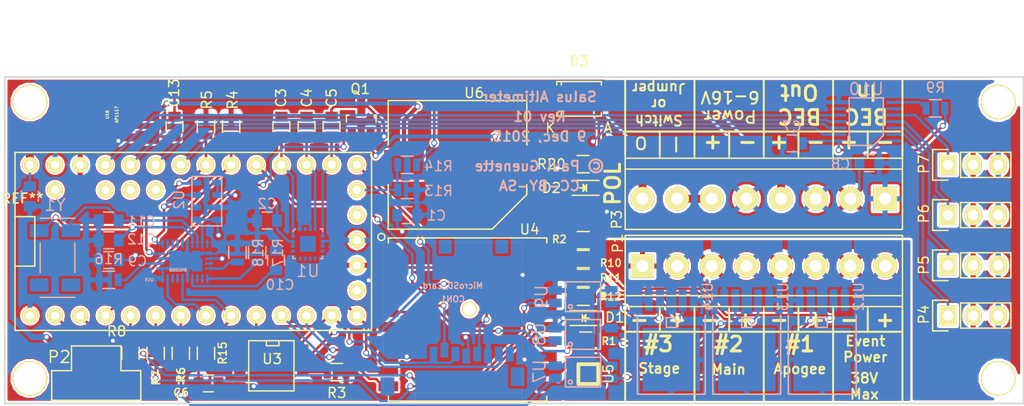
<source format=kicad_pcb>
(kicad_pcb (version 4) (host pcbnew 4.0.1-stable)
  (layers (0 F.Cu signal) (31 B.Cu signal) (34 B.Paste user) (35 F.Paste user) (36 B.SilkS user) (37 F.SilkS user) (38 B.Mask user) (39 F.Mask user) (44 Edge.Cuts user))
  (net 0 "")
  (net 1 +3V3)
  (net 2 GND)
  (net 3 /200GZ)
  (net 4 /200GY)
  (net 5 /200GX)
  (net 6 +5V)
  (net 7 "Net-(C10-Pad2)")
  (net 8 "Net-(C11-Pad2)")
  (net 9 "Net-(C12-Pad2)")
  (net 10 VPP)
  (net 11 VDD)
  (net 12 "Net-(D1-Pad2)")
  (net 13 GNDPWR)
  (net 14 +12V)
  (net 15 /SERVO1)
  (net 16 /SERVO2)
  (net 17 /SERVO3)
  (net 18 /SERVO4)
  (net 19 /BUZZER)
  (net 20 "Net-(Q1-Pad2)")
  (net 21 "Net-(R1-Pad2)")
  (net 22 "Net-(R2-Pad1)")
  (net 23 /FLASH_HOLD)
  (net 24 /SDA)
  (net 25 /SCL)
  (net 26 "Net-(R6-Pad1)")
  (net 27 /DEP0)
  (net 28 "Net-(R7-Pad1)")
  (net 29 /DEP1)
  (net 30 "Net-(R8-Pad1)")
  (net 31 /DEP2)
  (net 32 "Net-(R9-Pad2)")
  (net 33 "Net-(R10-Pad1)")
  (net 34 "Net-(R11-Pad1)")
  (net 35 "Net-(R12-Pad1)")
  (net 36 "Net-(R13-Pad1)")
  (net 37 /BNO_RES)
  (net 38 "Net-(R16-Pad1)")
  (net 39 "Net-(R17-Pad1)")
  (net 40 "Net-(R18-Pad1)")
  (net 41 "Net-(U4-Pad4)")
  (net 42 "Net-(U4-Pad6)")
  (net 43 "Net-(U4-Pad7)")
  (net 44 /GPS_TX)
  (net 45 /GPS_RX)
  (net 46 "Net-(U4-Pad11)")
  (net 47 "Net-(U4-Pad13)")
  (net 48 "Net-(U4-Pad14)")
  (net 49 "Net-(U4-Pad15)")
  (net 50 "Net-(U4-Pad16)")
  (net 51 "Net-(U4-Pad17)")
  (net 52 "Net-(U4-Pad18)")
  (net 53 "Net-(U4-Pad20)")
  (net 54 /TEL_TX)
  (net 55 /BNO_INT)
  (net 56 /FLASH_CS)
  (net 57 /MOSI)
  (net 58 /MISO)
  (net 59 /SCK)
  (net 60 /SD_CS)
  (net 61 /3VSERVO1)
  (net 62 /3VSERVO2)
  (net 63 /3VSERVO3)
  (net 64 /3VSERVO4)
  (net 65 /TEL_RX)
  (net 66 "Net-(U11-Pad29)")
  (net 67 "Net-(U11-Pad32)")
  (net 68 "Net-(U11-Pad34)")
  (net 69 "Net-(U11-Pad35)")
  (net 70 "Net-(U11-Pad36)")
  (net 71 "Net-(U11-Pad37)")
  (net 72 "Net-(CON1-Pad1)")
  (net 73 "Net-(CON1-Pad8)")
  (net 74 /FLASH_WP)
  (net 75 /DEP0_TRIG)
  (net 76 /DEP1_TRIG)
  (net 77 /DEP2_TRIG)
  (net 78 "Net-(U1-Pad2)")
  (net 79 "Net-(U2-Pad6)")
  (net 80 "Net-(U15-Pad4)")
  (net 81 /DEP0-OUT)
  (net 82 /DEP1-OUT)
  (net 83 /DEP2-OUT)
  (net 84 "Net-(P3-Pad6)")
  (net 85 "Net-(D2-Pad1)")
  (net 86 "Net-(D2-Pad2)")
  (module Terminal_Blocks:TerminalBlock_Pheonix_PT-3.5mm_8pol (layer F.Cu) (at 165.1 106.3 180)
    (fp_text reference P3 (at 27.1 -2.1 270) (layer F.SilkS))
    (fp_text value CONN_01X08)
    (pad 3 thru_hole circle (at 7 0 180) (size 2.4 2.4) (drill 1.2) (layers *.Cu *.Mask F.SilkS) (net 2 GND))
    (pad 2 thru_hole circle (at 3.5 0 180) (size 2.4 2.4) (drill 1.2) (layers *.Cu *.Mask F.SilkS) (net 6 +5V))
    (pad 4 thru_hole circle (at 10.5 0 180) (size 2.4 2.4) (drill 1.2) (layers *.Cu *.Mask F.SilkS) (net 85 "Net-(D2-Pad1)"))
    (pad 5 thru_hole circle (at 14 0 180) (size 2.4 2.4) (drill 1.2) (layers *.Cu *.Mask F.SilkS) (net 2 GND))
    (pad 6 thru_hole circle (at 17.5 0 180) (size 2.4 2.4) (drill 1.2) (layers *.Cu *.Mask F.SilkS) (net 84 "Net-(P3-Pad6)"))
    (pad 7 thru_hole circle (at 21 0 180) (size 2.4 2.4) (drill 1.2) (layers *.Cu *.Mask F.SilkS) (net 84 "Net-(P3-Pad6)"))
    (pad 1 thru_hole rect (at 0 0 180) (size 2.4 2.4) (drill 1.2) (layers *.Cu *.Mask F.SilkS) (net 2 GND))
    (pad 8 thru_hole circle (at 24.5 0 180) (size 2.4 2.4) (drill 1.2) (layers *.Cu *.Mask F.SilkS) (net 85 "Net-(D2-Pad1)"))
  )
  (module Capacitors_SMD:C_0805 (layer B.Cu) (at 155.7 100.7 180)
    (fp_text reference C7 (at 0 1.7 180) (layer B.SilkS) (effects (justify mirror)))
    (fp_text value 10uF)
    (pad 1 smd rect (at -1 0 180) (size 1 1.25) (layers B.Cu B.Paste B.Mask) (net 1 +3V3))
    (pad 2 smd rect (at 1 0 180) (size 1 1.25) (layers B.Cu B.Paste B.Mask) (net 2 GND))
  )
  (module Tinkercad:LGA28_5832 (layer B.Cu) (at 94.4 112.6 180)
    (fp_text reference U15 (at 3.61 -1.8825 180) (layer B.SilkS) (effects (font (size 0.3 0.3) (thickness 0.075)) (justify mirror)))
    (fp_text value BNO055 (at 0.7 -0.9 180) (layer B.SilkS) (effects (font (size 0.3 0.3) (thickness 0.075)) (justify mirror)))
    (pad 1 smd rect (at -2.25 1.7625 180) (size 0.25 0.875) (layers B.Cu B.Paste B.Mask))
    (pad 2 smd rect (at -2.4625 0.75 180) (size 0.875 0.25) (layers B.Cu B.Paste B.Mask) (net 2 GND))
    (pad 3 smd rect (at -2.4625 0.25 180) (size 0.875 0.25) (layers B.Cu B.Paste B.Mask) (net 1 +3V3))
    (pad 4 smd rect (at -2.4625 -0.25 180) (size 0.875 0.25) (layers B.Cu B.Paste B.Mask) (net 80 "Net-(U15-Pad4)"))
    (pad 5 smd rect (at -2.4625 -0.75 180) (size 0.875 0.25) (layers B.Cu B.Paste B.Mask) (net 40 "Net-(R18-Pad1)"))
    (pad 6 smd rect (at -2.25 -1.7625 180) (size 0.25 0.875) (layers B.Cu B.Paste B.Mask) (net 39 "Net-(R17-Pad1)"))
    (pad 7 smd rect (at -1.75 -1.7625 180) (size 0.25 0.875) (layers B.Cu B.Paste B.Mask))
    (pad 8 smd rect (at -1.25 -1.7625 180) (size 0.25 0.875) (layers B.Cu B.Paste B.Mask))
    (pad 9 smd rect (at -0.75 -1.7625 180) (size 0.25 0.875) (layers B.Cu B.Paste B.Mask) (net 7 "Net-(C10-Pad2)"))
    (pad 10 smd rect (at -0.25 -1.7625 180) (size 0.25 0.875) (layers B.Cu B.Paste B.Mask) (net 2 GND))
    (pad 11 smd rect (at 0.25 -1.7625 180) (size 0.25 0.875) (layers B.Cu B.Paste B.Mask) (net 37 /BNO_RES))
    (pad 12 smd rect (at 0.75 -1.7625 180) (size 0.25 0.875) (layers B.Cu B.Paste B.Mask))
    (pad 13 smd rect (at 1.25 -1.7625 180) (size 0.25 0.875) (layers B.Cu B.Paste B.Mask))
    (pad 14 smd rect (at 1.75 -1.7625 180) (size 0.25 0.875) (layers B.Cu B.Paste B.Mask) (net 55 /BNO_INT))
    (pad 15 smd rect (at 2.25 -1.7625 180) (size 0.25 0.875) (layers B.Cu B.Paste B.Mask) (net 2 GND))
    (pad 16 smd rect (at 2.4625 -0.75 180) (size 0.875 0.25) (layers B.Cu B.Paste B.Mask) (net 2 GND))
    (pad 17 smd rect (at 2.4625 -0.25 180) (size 0.875 0.25) (layers B.Cu B.Paste B.Mask) (net 38 "Net-(R16-Pad1)"))
    (pad 18 smd rect (at 2.4625 0.25 180) (size 0.875 0.25) (layers B.Cu B.Paste B.Mask) (net 2 GND))
    (pad 19 smd rect (at 2.4625 0.75 180) (size 0.875 0.25) (layers B.Cu B.Paste B.Mask) (net 25 /SCL))
    (pad 20 smd rect (at 2.25 1.7625 180) (size 0.25 0.875) (layers B.Cu B.Paste B.Mask) (net 24 /SDA))
    (pad 21 smd rect (at 1.75 1.7625 180) (size 0.25 0.875) (layers B.Cu B.Paste B.Mask))
    (pad 22 smd rect (at 1.25 1.7625 180) (size 0.25 0.875) (layers B.Cu B.Paste B.Mask))
    (pad 23 smd rect (at 0.75 1.7625 180) (size 0.25 0.875) (layers B.Cu B.Paste B.Mask))
    (pad 24 smd rect (at 0.25 1.7625 180) (size 0.25 0.875) (layers B.Cu B.Paste B.Mask))
    (pad 25 smd rect (at -0.25 1.7625 180) (size 0.25 0.875) (layers B.Cu B.Paste B.Mask) (net 2 GND))
    (pad 26 smd rect (at -0.75 1.7625 180) (size 0.25 0.875) (layers B.Cu B.Paste B.Mask) (net 9 "Net-(C12-Pad2)"))
    (pad 27 smd rect (at -1.25 1.7625 180) (size 0.25 0.875) (layers B.Cu B.Paste B.Mask) (net 8 "Net-(C11-Pad2)"))
    (pad 28 smd rect (at -1.75 1.7625 180) (size 0.25 0.875) (layers B.Cu B.Paste B.Mask) (net 1 +3V3))
  )
  (module Wetmelon:Teensy_3.2+4 (layer F.Cu) (at 78.74 118.11 90)
    (fp_text reference U11 hide)
    (fp_text value Teensy_3.2 hide)
    (pad 1 thru_hole oval (at 0 0 90) (size 1.6 1.6) (drill 0.8) (layers *.Cu *.Mask F.SilkS) (net 2 GND))
    (pad 2 thru_hole oval (at 0 2.54 90) (size 1.6 1.6) (drill 0.8) (layers *.Cu *.Mask F.SilkS) (net 65 /TEL_RX))
    (pad 3 thru_hole oval (at 0 5.08 90) (size 1.6 1.6) (drill 0.8) (layers *.Cu *.Mask F.SilkS) (net 54 /TEL_TX))
    (pad 4 thru_hole oval (at 0 7.62 90) (size 1.6 1.6) (drill 0.8) (layers *.Cu *.Mask F.SilkS) (net 19 /BUZZER))
    (pad 5 thru_hole oval (at 0 10.16 90) (size 1.6 1.6) (drill 0.8) (layers *.Cu *.Mask F.SilkS) (net 31 /DEP2))
    (pad 6 thru_hole oval (at 0 12.7 90) (size 1.6 1.6) (drill 0.8) (layers *.Cu *.Mask F.SilkS) (net 29 /DEP1))
    (pad 7 thru_hole oval (at 0 15.24 90) (size 1.6 1.6) (drill 0.8) (layers *.Cu *.Mask F.SilkS) (net 27 /DEP0))
    (pad 8 thru_hole oval (at 0 17.78 90) (size 1.6 1.6) (drill 0.8) (layers *.Cu *.Mask F.SilkS) (net 55 /BNO_INT))
    (pad 9 thru_hole oval (at 0 20.32 90) (size 1.6 1.6) (drill 0.8) (layers *.Cu *.Mask F.SilkS) (net 37 /BNO_RES))
    (pad 10 thru_hole oval (at 0 22.86 90) (size 1.6 1.6) (drill 0.8) (layers *.Cu *.Mask F.SilkS) (net 56 /FLASH_CS))
    (pad 11 thru_hole oval (at 0 25.4 90) (size 1.6 1.6) (drill 0.8) (layers *.Cu *.Mask F.SilkS) (net 45 /GPS_RX))
    (pad 12 thru_hole oval (at 0 27.94 90) (size 1.6 1.6) (drill 0.8) (layers *.Cu *.Mask F.SilkS) (net 44 /GPS_TX))
    (pad 13 thru_hole oval (at 0 30.48 90) (size 1.6 1.6) (drill 0.8) (layers *.Cu *.Mask F.SilkS) (net 57 /MOSI))
    (pad 14 thru_hole oval (at 0 33.02 90) (size 1.6 1.6) (drill 0.8) (layers *.Cu *.Mask F.SilkS) (net 58 /MISO))
    (pad 15 thru_hole oval (at 15.24 33.02 90) (size 1.6 1.6) (drill 0.8) (layers *.Cu *.Mask F.SilkS) (net 59 /SCK))
    (pad 16 thru_hole oval (at 15.24 30.48 90) (size 1.6 1.6) (drill 0.8) (layers *.Cu *.Mask F.SilkS) (net 5 /200GX))
    (pad 17 thru_hole oval (at 15.24 27.94 90) (size 1.6 1.6) (drill 0.8) (layers *.Cu *.Mask F.SilkS) (net 4 /200GY))
    (pad 18 thru_hole oval (at 15.24 25.4 90) (size 1.6 1.6) (drill 0.8) (layers *.Cu *.Mask F.SilkS) (net 3 /200GZ))
    (pad 19 thru_hole oval (at 15.24 22.86 90) (size 1.6 1.6) (drill 0.8) (layers *.Cu *.Mask F.SilkS) (net 60 /SD_CS))
    (pad 20 thru_hole oval (at 15.24 20.32 90) (size 1.6 1.6) (drill 0.8) (layers *.Cu *.Mask F.SilkS) (net 24 /SDA))
    (pad 21 thru_hole oval (at 15.24 17.78 90) (size 1.6 1.6) (drill 0.8) (layers *.Cu *.Mask F.SilkS) (net 25 /SCL))
    (pad 22 thru_hole oval (at 15.24 15.24 90) (size 1.6 1.6) (drill 0.8) (layers *.Cu *.Mask F.SilkS) (net 61 /3VSERVO1))
    (pad 23 thru_hole oval (at 15.24 12.7 90) (size 1.6 1.6) (drill 0.8) (layers *.Cu *.Mask F.SilkS) (net 62 /3VSERVO2))
    (pad 24 thru_hole oval (at 15.24 10.16 90) (size 1.6 1.6) (drill 0.8) (layers *.Cu *.Mask F.SilkS) (net 63 /3VSERVO3))
    (pad 25 thru_hole oval (at 15.24 7.62 90) (size 1.6 1.6) (drill 0.8) (layers *.Cu *.Mask F.SilkS) (net 64 /3VSERVO4))
    (pad 26 thru_hole oval (at 15.24 5.08 90) (size 1.6 1.6) (drill 0.8) (layers *.Cu *.Mask F.SilkS) (net 1 +3V3))
    (pad 27 thru_hole oval (at 15.24 2.54 90) (size 1.6 1.6) (drill 0.8) (layers *.Cu *.Mask F.SilkS) (net 2 GND))
    (pad 28 thru_hole oval (at 15.24 0 90) (size 1.6 1.6) (drill 0.8) (layers *.Cu *.Mask F.SilkS) (net 11 VDD))
    (pad 29 thru_hole oval (at 2.54 33.02 90) (size 1.6 1.6) (drill 0.8) (layers *.Cu *.Mask F.SilkS) (net 66 "Net-(U11-Pad29)"))
    (pad 30 thru_hole oval (at 5.08 33.02 90) (size 1.6 1.6) (drill 0.8) (layers *.Cu *.Mask F.SilkS) (net 1 +3V3))
    (pad 31 thru_hole oval (at 7.62 33.02 90) (size 1.6 1.6) (drill 0.8) (layers *.Cu *.Mask F.SilkS) (net 2 GND))
    (pad 32 thru_hole oval (at 10.16 33.02 90) (size 1.6 1.6) (drill 0.8) (layers *.Cu *.Mask F.SilkS) (net 67 "Net-(U11-Pad32)"))
    (pad 33 thru_hole oval (at 12.7 33.02 90) (size 1.6 1.6) (drill 0.8) (layers *.Cu *.Mask F.SilkS) (net 36 "Net-(R13-Pad1)"))
    (pad 34 thru_hole oval (at 12.7 2.54 90) (size 1.6 1.6) (drill 0.8) (layers *.Cu *.Mask F.SilkS) (net 68 "Net-(U11-Pad34)"))
    (pad 35 thru_hole oval (at 12.7 7.62 90) (size 1.6 1.6) (drill 0.8) (layers *.Cu *.Mask F.SilkS) (net 69 "Net-(U11-Pad35)"))
    (pad 36 thru_hole oval (at 12.7 10.16 90) (size 1.6 1.6) (drill 0.8) (layers *.Cu *.Mask F.SilkS) (net 70 "Net-(U11-Pad36)"))
    (pad 37 thru_hole oval (at 12.7 12.7 90) (size 1.6 1.6) (drill 0.8) (layers *.Cu *.Mask F.SilkS) (net 71 "Net-(U11-Pad37)"))
  )
  (module SMD_Packages:SOIC-8-N (layer F.Cu) (at 103.124 123.19 270)
    (fp_text reference U3 (at -0.69 -0.076 360) (layer F.SilkS))
    (fp_text value S25FL127SAMBFI101)
    (pad 8 smd rect (at -1.905 -3.175 270) (size 0.508 1.143) (layers F.Cu F.Paste F.Mask) (net 57 /MOSI))
    (pad 7 smd rect (at -0.635 -3.175 270) (size 0.508 1.143) (layers F.Cu F.Paste F.Mask) (net 59 /SCK))
    (pad 6 smd rect (at 0.635 -3.175 270) (size 0.508 1.143) (layers F.Cu F.Paste F.Mask) (net 23 /FLASH_HOLD))
    (pad 5 smd rect (at 1.905 -3.175 270) (size 0.508 1.143) (layers F.Cu F.Paste F.Mask) (net 1 +3V3))
    (pad 4 smd rect (at 1.905 3.175 270) (size 0.508 1.143) (layers F.Cu F.Paste F.Mask) (net 2 GND))
    (pad 3 smd rect (at 0.635 3.175 270) (size 0.508 1.143) (layers F.Cu F.Paste F.Mask) (net 74 /FLASH_WP))
    (pad 2 smd rect (at -0.635 3.175 270) (size 0.508 1.143) (layers F.Cu F.Paste F.Mask) (net 58 /MISO))
    (pad 1 smd rect (at -1.905 3.175 270) (size 0.508 1.143) (layers F.Cu F.Paste F.Mask) (net 56 /FLASH_CS))
  )
  (module LEDs:LED-0805 (layer F.Cu) (at 134.874 118.364)
    (fp_text reference D1 (at 2.926 -0.064) (layer F.SilkS))
    (fp_text value Led_Small)
    (pad 2 smd rect (at 1.04902 0 180) (size 1.19888 1.19888) (layers F.Cu F.Paste F.Mask) (net 12 "Net-(D1-Pad2)"))
    (pad 1 smd rect (at -1.04902 0 180) (size 1.19888 1.19888) (layers F.Cu F.Paste F.Mask) (net 2 GND))
  )
  (module Pin_Headers:Pin_Header_Straight_1x03 (layer F.Cu) (at 171.45 118.11 90)
    (fp_text reference P4 (at 0.11 -2.45 90) (layer F.SilkS))
    (fp_text value CONN_01X03)
    (pad 1 thru_hole rect (at 0 0 90) (size 2.032 1.7272) (drill 1.016) (layers *.Cu *.Mask F.SilkS) (net 15 /SERVO1))
    (pad 2 thru_hole oval (at 0 2.54 90) (size 2.032 1.7272) (drill 1.016) (layers *.Cu *.Mask F.SilkS) (net 6 +5V))
    (pad 3 thru_hole oval (at 0 5.08 90) (size 2.032 1.7272) (drill 1.016) (layers *.Cu *.Mask F.SilkS) (net 2 GND))
  )
  (module Wetmelon:FGPMMOPA6H (layer F.Cu) (at 114.935 110.26)
    (fp_text reference U4 (at 14.265 -0.86) (layer F.SilkS))
    (fp_text value FGMMOPA6H hide)
    (pad 1 smd rect (at 0 1.5) (size 2 1) (layers F.Cu F.Paste F.Mask) (net 1 +3V3))
    (pad 2 smd rect (at 0 3) (size 2 1) (layers F.Cu F.Paste F.Mask) (net 22 "Net-(R2-Pad1)"))
    (pad 3 smd rect (at 0 4.5) (size 2 1) (layers F.Cu F.Paste F.Mask) (net 2 GND))
    (pad 4 smd rect (at 0 6) (size 2 1) (layers F.Cu F.Paste F.Mask) (net 41 "Net-(U4-Pad4)"))
    (pad 5 smd rect (at 0 7.5) (size 2 1) (layers F.Cu F.Paste F.Mask) (net 21 "Net-(R1-Pad2)"))
    (pad 6 smd rect (at 0 9) (size 2 1) (layers F.Cu F.Paste F.Mask) (net 42 "Net-(U4-Pad6)"))
    (pad 7 smd rect (at 0 10.5) (size 2 1) (layers F.Cu F.Paste F.Mask) (net 43 "Net-(U4-Pad7)"))
    (pad 8 smd rect (at 0 12) (size 2 1) (layers F.Cu F.Paste F.Mask) (net 2 GND))
    (pad 9 smd rect (at 0 13.5) (size 2 1) (layers F.Cu F.Paste F.Mask) (net 44 /GPS_TX))
    (pad 10 smd rect (at 0 15) (size 2 1) (layers F.Cu F.Paste F.Mask) (net 45 /GPS_RX))
    (pad 11 smd rect (at 16 15) (size 2 1) (layers F.Cu F.Paste F.Mask) (net 46 "Net-(U4-Pad11)"))
    (pad 12 smd rect (at 16 13.5) (size 2 1) (layers F.Cu F.Paste F.Mask) (net 2 GND))
    (pad 13 smd rect (at 16 12) (size 2 1) (layers F.Cu F.Paste F.Mask) (net 47 "Net-(U4-Pad13)"))
    (pad 14 smd rect (at 16 10.5) (size 2 1) (layers F.Cu F.Paste F.Mask) (net 48 "Net-(U4-Pad14)"))
    (pad 15 smd rect (at 16 9) (size 2 1) (layers F.Cu F.Paste F.Mask) (net 49 "Net-(U4-Pad15)"))
    (pad 16 smd rect (at 16 7.5) (size 2 1) (layers F.Cu F.Paste F.Mask) (net 50 "Net-(U4-Pad16)"))
    (pad 17 smd rect (at 16 6) (size 2 1) (layers F.Cu F.Paste F.Mask) (net 51 "Net-(U4-Pad17)"))
    (pad 18 smd rect (at 16 4.5) (size 2 1) (layers F.Cu F.Paste F.Mask) (net 52 "Net-(U4-Pad18)"))
    (pad 19 smd rect (at 16 3) (size 2 1) (layers F.Cu F.Paste F.Mask) (net 2 GND))
    (pad 20 smd rect (at 16 1.5) (size 2 1) (layers F.Cu F.Paste F.Mask) (net 53 "Net-(U4-Pad20)"))
    (pad "" np_thru_hole circle (at 8.2 7.2) (size 1.5 1.5) (drill 1.2) (layers *.Cu *.Mask F.SilkS))
  )
  (module TO_SOT_Packages_SMD:SOT-23_Handsoldering (layer F.Cu) (at 112.2 98.5)
    (fp_text reference Q1 (at -0.1 -3.3) (layer F.SilkS))
    (fp_text value Q_NMOS_GDS)
    (pad 1 smd rect (at -0.95 1.50114) (size 0.8001 1.80086) (layers F.Cu F.Paste F.Mask) (net 19 /BUZZER))
    (pad 2 smd rect (at 0.95 1.50114) (size 0.8001 1.80086) (layers F.Cu F.Paste F.Mask) (net 20 "Net-(Q1-Pad2)"))
    (pad 3 smd rect (at 0 -1.50114) (size 0.8001 1.80086) (layers F.Cu F.Paste F.Mask) (net 2 GND))
  )
  (module Pin_Headers:Pin_Header_Straight_1x03 (layer F.Cu) (at 171.45 102.87 90)
    (fp_text reference P7 (at 0.07 -2.45 90) (layer F.SilkS))
    (fp_text value CONN_01X03)
    (pad 1 thru_hole rect (at 0 0 90) (size 2.032 1.7272) (drill 1.016) (layers *.Cu *.Mask F.SilkS) (net 18 /SERVO4))
    (pad 2 thru_hole oval (at 0 2.54 90) (size 2.032 1.7272) (drill 1.016) (layers *.Cu *.Mask F.SilkS) (net 6 +5V))
    (pad 3 thru_hole oval (at 0 5.08 90) (size 2.032 1.7272) (drill 1.016) (layers *.Cu *.Mask F.SilkS) (net 2 GND))
  )
  (module Pin_Headers:Pin_Header_Straight_1x03 (layer F.Cu) (at 171.45 107.95 90)
    (fp_text reference P6 (at 0.15 -2.45 90) (layer F.SilkS))
    (fp_text value CONN_01X03)
    (pad 1 thru_hole rect (at 0 0 90) (size 2.032 1.7272) (drill 1.016) (layers *.Cu *.Mask F.SilkS) (net 17 /SERVO3))
    (pad 2 thru_hole oval (at 0 2.54 90) (size 2.032 1.7272) (drill 1.016) (layers *.Cu *.Mask F.SilkS) (net 6 +5V))
    (pad 3 thru_hole oval (at 0 5.08 90) (size 2.032 1.7272) (drill 1.016) (layers *.Cu *.Mask F.SilkS) (net 2 GND))
  )
  (module Pin_Headers:Pin_Header_Straight_1x03 (layer F.Cu) (at 171.45 113.03 90)
    (fp_text reference P5 (at 0.03 -2.45 90) (layer F.SilkS))
    (fp_text value CONN_01X03)
    (pad 1 thru_hole rect (at 0 0 90) (size 2.032 1.7272) (drill 1.016) (layers *.Cu *.Mask F.SilkS) (net 16 /SERVO2))
    (pad 2 thru_hole oval (at 0 2.54 90) (size 2.032 1.7272) (drill 1.016) (layers *.Cu *.Mask F.SilkS) (net 6 +5V))
    (pad 3 thru_hole oval (at 0 5.08 90) (size 2.032 1.7272) (drill 1.016) (layers *.Cu *.Mask F.SilkS) (net 2 GND))
  )
  (module Terminal_Blocks:TerminalBlock_Pheonix_PT-3.5mm_8pol (layer F.Cu) (at 140.6 113.1)
    (fp_text reference P1 (at -2.5 -2.3 90) (layer F.SilkS))
    (fp_text value CONN_01X08)
    (pad 3 thru_hole circle (at 7 0) (size 2.4 2.4) (drill 1.2) (layers *.Cu *.Mask F.SilkS) (net 13 GNDPWR))
    (pad 2 thru_hole circle (at 3.5 0) (size 2.4 2.4) (drill 1.2) (layers *.Cu *.Mask F.SilkS) (net 83 /DEP2-OUT))
    (pad 4 thru_hole circle (at 10.5 0) (size 2.4 2.4) (drill 1.2) (layers *.Cu *.Mask F.SilkS) (net 82 /DEP1-OUT))
    (pad 5 thru_hole circle (at 14 0) (size 2.4 2.4) (drill 1.2) (layers *.Cu *.Mask F.SilkS) (net 13 GNDPWR))
    (pad 6 thru_hole circle (at 17.5 0) (size 2.4 2.4) (drill 1.2) (layers *.Cu *.Mask F.SilkS) (net 81 /DEP0-OUT))
    (pad 7 thru_hole circle (at 21 0) (size 2.4 2.4) (drill 1.2) (layers *.Cu *.Mask F.SilkS) (net 13 GNDPWR))
    (pad 1 thru_hole rect (at 0 0) (size 2.4 2.4) (drill 1.2) (layers *.Cu *.Mask F.SilkS) (net 13 GNDPWR))
    (pad 8 thru_hole circle (at 24.5 0) (size 2.4 2.4) (drill 1.2) (layers *.Cu *.Mask F.SilkS) (net 14 +12V))
  )
  (module Wetmelon:QFP_16 (layer B.Cu) (at 106.8 110.85 270)
    (fp_text reference U1 (at 2.75 0 360) (layer B.SilkS) (effects (font (size 1.2 1.2)) (justify mirror)))
    (fp_text value ADXL377)
    (pad 1 smd rect (at -1.5 0.75 180) (size 0.3 0.4) (layers B.Cu B.Paste B.Mask) (net 2 GND))
    (pad 2 smd rect (at -1.5 0.25 180) (size 0.3 0.4) (layers B.Cu B.Paste B.Mask) (net 78 "Net-(U1-Pad2)"))
    (pad 3 smd rect (at -1.5 -0.25 180) (size 0.3 0.4) (layers B.Cu B.Paste B.Mask) (net 2 GND))
    (pad 4 smd rect (at -1.5 -0.75 180) (size 0.3 0.4) (layers B.Cu B.Paste B.Mask) (net 4 /200GY))
    (pad 5 smd rect (at -0.75 -1.5 270) (size 0.3 0.4) (layers B.Cu B.Paste B.Mask) (net 5 /200GX))
    (pad 6 smd rect (at -0.25 -1.5 270) (size 0.3 0.4) (layers B.Cu B.Paste B.Mask) (net 2 GND))
    (pad 7 smd rect (at 0.25 -1.5 270) (size 0.3 0.4) (layers B.Cu B.Paste B.Mask) (net 2 GND))
    (pad 8 smd rect (at 0.75 -1.5 270) (size 0.3 0.4) (layers B.Cu B.Paste B.Mask))
    (pad 9 smd rect (at 1.5 -0.75 180) (size 0.3 0.4) (layers B.Cu B.Paste B.Mask))
    (pad 10 smd rect (at 1.5 -0.25 180) (size 0.3 0.4) (layers B.Cu B.Paste B.Mask))
    (pad 11 smd rect (at 1.5 0.25 180) (size 0.3 0.4) (layers B.Cu B.Paste B.Mask))
    (pad 12 smd rect (at 1.5 0.75 180) (size 0.3 0.4) (layers B.Cu B.Paste B.Mask))
    (pad 13 smd rect (at 0.75 1.5 270) (size 0.3 0.4) (layers B.Cu B.Paste B.Mask))
    (pad 14 smd rect (at 0.25 1.5 270) (size 0.3 0.4) (layers B.Cu B.Paste B.Mask) (net 1 +3V3))
    (pad 15 smd rect (at -0.25 1.5 270) (size 0.3 0.4) (layers B.Cu B.Paste B.Mask) (net 1 +3V3))
    (pad 16 smd rect (at -0.75 1.5 270) (size 0.3 0.4) (layers B.Cu B.Paste B.Mask) (net 3 /200GZ))
    (pad ~ smd rect (at 0 0 180) (size 1.6 1.6) (layers B.Cu B.Paste B.Mask))
  )
  (module Wetmelon:DF13-4 (layer F.Cu) (at 85.441 122.428)
    (fp_text reference P2 (at -3.741 -0.128) (layer F.SilkS) (effects (font (size 1.2 1.2))))
    (fp_text value CONN_01X04)
    (pad 1 smd rect (at -1.875 0) (size 0.7 1.8) (layers F.Cu F.Paste F.Mask) (net 11 VDD))
    (pad 2 smd rect (at -0.625 0) (size 0.7 1.8) (layers F.Cu F.Paste F.Mask) (net 65 /TEL_RX))
    (pad 3 smd rect (at 0.625 0) (size 0.7 1.8) (layers F.Cu F.Paste F.Mask) (net 54 /TEL_TX))
    (pad 4 smd rect (at 1.875 0) (size 0.7 1.8) (layers F.Cu F.Paste F.Mask) (net 2 GND))
    (pad 0 smd rect (at -3.475 2.8) (size 1.6 2.2) (layers F.Cu F.Paste F.Mask))
    (pad 0 smd rect (at 3.475 2.8) (size 1.6 2.2) (layers F.Cu F.Paste F.Mask))
  )
  (module Wetmelon:MS5607 (layer B.Cu) (at 97.704 104.668 180)
    (fp_text reference U2 (at 3.904 -1.732 270) (layer B.SilkS) (effects (justify mirror)))
    (fp_text value MS5607)
    (pad 1 smd rect (at 0 0 180) (size 1.1 0.6) (layers B.Cu B.Paste B.Mask) (net 1 +3V3))
    (pad 2 smd rect (at 0 -1.25 180) (size 1.1 0.6) (layers B.Cu B.Paste B.Mask) (net 1 +3V3))
    (pad 3 smd rect (at 0 -2.5 180) (size 1.1 0.6) (layers B.Cu B.Paste B.Mask) (net 2 GND))
    (pad 4 smd rect (at 0 -3.75 180) (size 1.1 0.6) (layers B.Cu B.Paste B.Mask) (net 1 +3V3))
    (pad 5 smd rect (at 2.2 -3.75 180) (size 1.1 0.6) (layers B.Cu B.Paste B.Mask) (net 1 +3V3))
    (pad 6 smd rect (at 2.2 -2.5 180) (size 1.1 0.6) (layers B.Cu B.Paste B.Mask) (net 79 "Net-(U2-Pad6)"))
    (pad 7 smd rect (at 2.2 -1.25 180) (size 1.1 0.6) (layers B.Cu B.Paste B.Mask) (net 24 /SDA))
    (pad 8 smd rect (at 2.2 0 180) (size 1.1 0.6) (layers B.Cu B.Paste B.Mask) (net 25 /SCL))
  )
  (module Tinkercad:U.FL-CON (layer F.Cu) (at 135.128 124.02566 270)
    (fp_text reference U5 (at -0.02566 -2.022 450) (layer F.SilkS))
    (fp_text value uFL hide)
    (pad 2 smd rect (at -1.45034 0 270) (size 1.09982 2.19964) (layers F.Cu F.Paste F.Mask) (net 2 GND))
    (pad 2 smd rect (at 1.45034 0 270) (size 1.09982 2.19964) (layers F.Cu F.Paste F.Mask) (net 2 GND))
    (pad 2 smd rect (at 0 -1.50114 270) (size 1.00076 1.00076) (layers F.Cu F.Paste F.Mask) (net 2 GND))
    (pad 1 smd rect (at 0 1.50114 270) (size 1.00076 1.05156) (layers F.Cu F.Paste F.Mask) (net 46 "Net-(U4-Pad11)"))
  )
  (module Wetmelon:CT-1205C-SMT (layer F.Cu) (at 121.92 102.87)
    (fp_text reference U6 (at 1.68 -7.27) (layer F.SilkS))
    (fp_text value BUZZER)
    (pad 1 smd rect (at -5.4 0) (size 4 3) (layers F.Cu F.Paste F.Mask) (net 11 VDD))
    (pad 2 smd rect (at 5.4 0) (size 4 3) (layers F.Cu F.Paste F.Mask) (net 20 "Net-(Q1-Pad2)"))
  )
  (module Wetmelon:SOIC-4 (layer B.Cu) (at 134.62 123.825 90)
    (fp_text reference U7 (at 0.075 -4.42 90) (layer B.SilkS) (effects (font (size 1.2 1.2)) (justify mirror)))
    (fp_text value TCMT1103)
    (pad 4 smd rect (at -0.635 2.825 90) (size 0.9 1.3) (layers B.Cu B.Paste B.Mask) (net 75 /DEP0_TRIG))
    (pad 1 smd rect (at -0.635 -2.825 90) (size 0.9 1.3) (layers B.Cu B.Paste B.Mask) (net 26 "Net-(R6-Pad1)"))
    (pad 3 smd rect (at 0.635 2.825 90) (size 0.9 1.3) (layers B.Cu B.Paste B.Mask) (net 13 GNDPWR))
    (pad 2 smd rect (at 0.635 -2.825 90) (size 0.9 1.3) (layers B.Cu B.Paste B.Mask) (net 2 GND))
  )
  (module Wetmelon:SOIC-4 (layer B.Cu) (at 134.62 120.015 90)
    (fp_text reference U8 (at 0.015 -4.42 90) (layer B.SilkS) (effects (font (size 1.2 1.2)) (justify mirror)))
    (fp_text value TCMT1103)
    (pad 4 smd rect (at -0.635 2.825 90) (size 0.9 1.3) (layers B.Cu B.Paste B.Mask) (net 76 /DEP1_TRIG))
    (pad 1 smd rect (at -0.635 -2.825 90) (size 0.9 1.3) (layers B.Cu B.Paste B.Mask) (net 28 "Net-(R7-Pad1)"))
    (pad 3 smd rect (at 0.635 2.825 90) (size 0.9 1.3) (layers B.Cu B.Paste B.Mask) (net 13 GNDPWR))
    (pad 2 smd rect (at 0.635 -2.825 90) (size 0.9 1.3) (layers B.Cu B.Paste B.Mask) (net 2 GND))
  )
  (module Wetmelon:SOIC-4 (layer B.Cu) (at 134.62 116.205 90)
    (fp_text reference U9 (at 0.005 -4.22 90) (layer B.SilkS) (effects (font (size 1.2 1.2)) (justify mirror)))
    (fp_text value TCMT1103)
    (pad 4 smd rect (at -0.635 2.825 90) (size 0.9 1.3) (layers B.Cu B.Paste B.Mask) (net 77 /DEP2_TRIG))
    (pad 1 smd rect (at -0.635 -2.825 90) (size 0.9 1.3) (layers B.Cu B.Paste B.Mask) (net 30 "Net-(R8-Pad1)"))
    (pad 3 smd rect (at 0.635 2.825 90) (size 0.9 1.3) (layers B.Cu B.Paste B.Mask) (net 13 GNDPWR))
    (pad 2 smd rect (at 0.635 -2.825 90) (size 0.9 1.3) (layers B.Cu B.Paste B.Mask) (net 2 GND))
  )
  (module Wetmelon:TSSOP-14 (layer B.Cu) (at 163.195 98.5 90)
    (fp_text reference U10 (at 3.3 0.005 360) (layer B.SilkS) (effects (font (size 1.2 1.2)) (justify mirror)))
    (fp_text value TXB0104PWR)
    (pad 14 smd rect (at -1.95 2.8 90) (size 0.3 1.55) (layers B.Cu B.Paste B.Mask) (net 6 +5V))
    (pad 1 smd rect (at -1.95 -2.8 90) (size 0.3 1.55) (layers B.Cu B.Paste B.Mask) (net 1 +3V3))
    (pad 13 smd rect (at -1.3 2.8 90) (size 0.3 1.55) (layers B.Cu B.Paste B.Mask) (net 15 /SERVO1))
    (pad 2 smd rect (at -1.3 -2.8 90) (size 0.3 1.55) (layers B.Cu B.Paste B.Mask) (net 61 /3VSERVO1))
    (pad 12 smd rect (at -0.65 2.8 90) (size 0.3 1.55) (layers B.Cu B.Paste B.Mask) (net 16 /SERVO2))
    (pad 3 smd rect (at -0.65 -2.8 90) (size 0.3 1.55) (layers B.Cu B.Paste B.Mask) (net 62 /3VSERVO2))
    (pad 11 smd rect (at 0 2.8 90) (size 0.3 1.55) (layers B.Cu B.Paste B.Mask) (net 17 /SERVO3))
    (pad 4 smd rect (at 0 -2.8 90) (size 0.3 1.55) (layers B.Cu B.Paste B.Mask) (net 63 /3VSERVO3))
    (pad 10 smd rect (at 0.65 2.8 90) (size 0.3 1.55) (layers B.Cu B.Paste B.Mask) (net 18 /SERVO4))
    (pad 5 smd rect (at 0.65 -2.8 90) (size 0.3 1.55) (layers B.Cu B.Paste B.Mask) (net 64 /3VSERVO4))
    (pad 9 smd rect (at 1.3 2.8 90) (size 0.3 1.55) (layers B.Cu B.Paste B.Mask))
    (pad 6 smd rect (at 1.3 -2.8 90) (size 0.3 1.55) (layers B.Cu B.Paste B.Mask))
    (pad 8 smd rect (at 1.95 2.8 90) (size 0.3 1.55) (layers B.Cu B.Paste B.Mask) (net 32 "Net-(R9-Pad2)"))
    (pad 7 smd rect (at 1.95 -2.8 90) (size 0.3 1.55) (layers B.Cu B.Paste B.Mask) (net 2 GND))
  )
  (module Wetmelon:SOJ-4 (layer B.Cu) (at 81.28 112.268 270)
    (fp_text reference Y1 (at -5.35 0 540) (layer B.SilkS) (effects (font (size 1.2 1.2)) (justify mirror)))
    (fp_text value 32.768kHz)
    (pad 4 smd rect (at -2.75 1.6 270) (size 1.3 1.9) (layers B.Cu B.Paste B.Mask) (net 9 "Net-(C12-Pad2)"))
    (pad 1 smd rect (at -2.75 -1.6 270) (size 1.3 1.9) (layers B.Cu B.Paste B.Mask) (net 8 "Net-(C11-Pad2)"))
    (pad 3 smd rect (at 2.75 1.6 270) (size 1.3 1.9) (layers B.Cu B.Paste B.Mask))
    (pad 2 smd rect (at 2.75 -1.6 270) (size 1.3 1.9) (layers B.Cu B.Paste B.Mask))
  )
  (module Wetmelon:M3_Screw (layer F.Cu) (at 176.53 96.52)
    (fp_text reference REF** hide)
    (fp_text value M3_Screw)
    (pad "" np_thru_hole circle (at 0 0) (size 3.5 3.5) (drill 3.2) (layers *.Cu *.Mask F.SilkS))
  )
  (module Wetmelon:M3_Screw (layer F.Cu) (at 176.53 124.46)
    (fp_text reference REF** hide)
    (fp_text value M3_Screw)
    (pad "" np_thru_hole circle (at 0 0) (size 3.5 3.5) (drill 3.2) (layers *.Cu *.Mask F.SilkS))
  )
  (module Wetmelon:M3_Screw (layer F.Cu) (at 78.74 124.46)
    (fp_text reference REF** hide)
    (fp_text value M3_Screw)
    (pad "" np_thru_hole circle (at 0 0) (size 3.5 3.5) (drill 3.2) (layers *.Cu *.Mask F.SilkS))
  )
  (module Wetmelon:M3_Screw (layer F.Cu) (at 78.74 96.52)
    (fp_text reference REF** (at -0.75 9.75) (layer F.SilkS))
    (fp_text value M3_Screw)
    (pad "" np_thru_hole circle (at 0 0) (size 3.5 3.5) (drill 3.2) (layers *.Cu *.Mask F.SilkS))
  )
  (module Capacitors_SMD:C_0805 (layer B.Cu) (at 116.84 107.95)
    (fp_text reference C1 (at 2.96 0.05) (layer B.SilkS) (effects (justify mirror)))
    (fp_text value 10uF)
    (pad 1 smd rect (at -1 0) (size 1 1.25) (layers B.Cu B.Paste B.Mask) (net 1 +3V3))
    (pad 2 smd rect (at 1 0) (size 1 1.25) (layers B.Cu B.Paste B.Mask) (net 2 GND))
  )
  (module Capacitors_SMD:C_0805 (layer B.Cu) (at 102.7 108.5 180)
    (fp_text reference C2 (at 0 1.7 180) (layer B.SilkS) (effects (justify mirror)))
    (fp_text value 10uF)
    (pad 1 smd rect (at -1 0 180) (size 1 1.25) (layers B.Cu B.Paste B.Mask) (net 1 +3V3))
    (pad 2 smd rect (at 1 0 180) (size 1 1.25) (layers B.Cu B.Paste B.Mask) (net 2 GND))
  )
  (module Capacitors_SMD:C_0805 (layer F.Cu) (at 104.14 99 90)
    (fp_text reference C3 (at 2.9 -0.04 90) (layer F.SilkS))
    (fp_text value .01uF)
    (pad 1 smd rect (at -1 0 90) (size 1 1.25) (layers F.Cu F.Paste F.Mask) (net 3 /200GZ))
    (pad 2 smd rect (at 1 0 90) (size 1 1.25) (layers F.Cu F.Paste F.Mask) (net 2 GND))
  )
  (module Capacitors_SMD:C_0805 (layer F.Cu) (at 106.68 99 90)
    (fp_text reference C4 (at 2.9 0.02 90) (layer F.SilkS))
    (fp_text value .01uF)
    (pad 1 smd rect (at -1 0 90) (size 1 1.25) (layers F.Cu F.Paste F.Mask) (net 4 /200GY))
    (pad 2 smd rect (at 1 0 90) (size 1 1.25) (layers F.Cu F.Paste F.Mask) (net 2 GND))
  )
  (module Capacitors_SMD:C_0805 (layer F.Cu) (at 109.2 99 90)
    (fp_text reference C5 (at 2.9 0 90) (layer F.SilkS))
    (fp_text value .01uF)
    (pad 1 smd rect (at -1 0 90) (size 1 1.25) (layers F.Cu F.Paste F.Mask) (net 5 /200GX))
    (pad 2 smd rect (at 1 0 90) (size 1 1.25) (layers F.Cu F.Paste F.Mask) (net 2 GND))
  )
  (module Capacitors_SMD:C_0805 (layer F.Cu) (at 96.774 124.968)
    (fp_text reference C6 (at -2.774 0.932) (layer F.SilkS) (effects (font (size 0.8 0.8))))
    (fp_text value 10uF)
    (pad 1 smd rect (at -1 0) (size 1 1.25) (layers F.Cu F.Paste F.Mask) (net 1 +3V3))
    (pad 2 smd rect (at 1 0) (size 1 1.25) (layers F.Cu F.Paste F.Mask) (net 2 GND))
  )
  (module Capacitors_SMD:C_0805 (layer B.Cu) (at 163.5 102.7)
    (fp_text reference C8 (at -2.9 0.1) (layer B.SilkS) (effects (justify mirror)))
    (fp_text value 10uF)
    (pad 1 smd rect (at -1 0) (size 1 1.25) (layers B.Cu B.Paste B.Mask) (net 6 +5V))
    (pad 2 smd rect (at 1 0) (size 1 1.25) (layers B.Cu B.Paste B.Mask) (net 2 GND))
  )
  (module Capacitors_SMD:C_0805 (layer B.Cu) (at 86.7 112.5)
    (fp_text reference C9 (at 2.9 0.1) (layer B.SilkS) (effects (justify mirror)))
    (fp_text value 22uF)
    (pad 1 smd rect (at -1 0) (size 1 1.25) (layers B.Cu B.Paste B.Mask) (net 2 GND))
    (pad 2 smd rect (at 1 0) (size 1 1.25) (layers B.Cu B.Paste B.Mask) (net 1 +3V3))
  )
  (module Capacitors_SMD:C_0805 (layer B.Cu) (at 103.6 112.522 270)
    (fp_text reference C10 (at 2.478 -0.4 540) (layer B.SilkS) (effects (justify mirror)))
    (fp_text value 22uF)
    (pad 1 smd rect (at -1 0 270) (size 1 1.25) (layers B.Cu B.Paste B.Mask) (net 2 GND))
    (pad 2 smd rect (at 1 0 270) (size 1 1.25) (layers B.Cu B.Paste B.Mask) (net 7 "Net-(C10-Pad2)"))
  )
  (module Capacitors_SMD:C_0805 (layer B.Cu) (at 86.7 108.5)
    (fp_text reference C11 (at 3.3 0.1 180) (layer B.SilkS) (effects (justify mirror)))
    (fp_text value 22pF)
    (pad 1 smd rect (at -1 0) (size 1 1.25) (layers B.Cu B.Paste B.Mask) (net 2 GND))
    (pad 2 smd rect (at 1 0) (size 1 1.25) (layers B.Cu B.Paste B.Mask) (net 8 "Net-(C11-Pad2)"))
  )
  (module Capacitors_SMD:C_0805 (layer B.Cu) (at 86.7 110.5)
    (fp_text reference C12 (at 3.3 -0.1) (layer B.SilkS) (effects (justify mirror)))
    (fp_text value 22pF)
    (pad 1 smd rect (at -1 0) (size 1 1.25) (layers B.Cu B.Paste B.Mask) (net 2 GND))
    (pad 2 smd rect (at 1 0) (size 1 1.25) (layers B.Cu B.Paste B.Mask) (net 9 "Net-(C12-Pad2)"))
  )
  (module Capacitors_SMD:C_0805 (layer F.Cu) (at 93.345 99 270)
    (fp_text reference C13 (at -3.4 0.045 270) (layer F.SilkS))
    (fp_text value 10uF)
    (pad 1 smd rect (at -1 0 270) (size 1 1.25) (layers F.Cu F.Paste F.Mask) (net 10 VPP))
    (pad 2 smd rect (at 1 0 270) (size 1 1.25) (layers F.Cu F.Paste F.Mask) (net 2 GND))
  )
  (module Capacitors_SMD:C_0805 (layer B.Cu) (at 78.74 106.045 270)
    (fp_text reference C14 hide)
    (fp_text value 22uF)
    (pad 1 smd rect (at -1 0 270) (size 1 1.25) (layers B.Cu B.Paste B.Mask) (net 11 VDD))
    (pad 2 smd rect (at 1 0 270) (size 1 1.25) (layers B.Cu B.Paste B.Mask) (net 2 GND))
  )
  (module Resistors_SMD:R_0805 (layer F.Cu) (at 134.874 120.65 180)
    (fp_text reference R1 (at -2.326 -0.05 180) (layer F.SilkS) (effects (font (size 0.75 0.75))))
    (fp_text value 10k)
    (pad 1 smd rect (at -0.95 0 180) (size 0.7 1.3) (layers F.Cu F.Paste F.Mask) (net 12 "Net-(D1-Pad2)"))
    (pad 2 smd rect (at 0.95 0 180) (size 0.7 1.3) (layers F.Cu F.Paste F.Mask) (net 21 "Net-(R1-Pad2)"))
  )
  (module Resistors_SMD:R_0805 (layer F.Cu) (at 134.62 110.49)
    (fp_text reference R2 (at -2.42 -0.09) (layer F.SilkS) (effects (font (size 0.75 0.75))))
    (fp_text value 10k)
    (pad 1 smd rect (at -0.95 0) (size 0.7 1.3) (layers F.Cu F.Paste F.Mask) (net 22 "Net-(R2-Pad1)"))
    (pad 2 smd rect (at 0.95 0) (size 0.7 1.3) (layers F.Cu F.Paste F.Mask) (net 1 +3V3))
  )
  (module Resistors_SMD:R_0805 (layer F.Cu) (at 109.728 123.825 180)
    (fp_text reference R3 (at 0 -2.1 180) (layer F.SilkS))
    (fp_text value 10k)
    (pad 1 smd rect (at -0.95 0 180) (size 0.7 1.3) (layers F.Cu F.Paste F.Mask) (net 1 +3V3))
    (pad 2 smd rect (at 0.95 0 180) (size 0.7 1.3) (layers F.Cu F.Paste F.Mask) (net 23 /FLASH_HOLD))
  )
  (module Resistors_SMD:R_0805 (layer F.Cu) (at 99.06 99 270)
    (fp_text reference R4 (at -2.7 -0.14 270) (layer F.SilkS))
    (fp_text value 2.2k)
    (pad 1 smd rect (at -0.95 0 270) (size 0.7 1.3) (layers F.Cu F.Paste F.Mask) (net 1 +3V3))
    (pad 2 smd rect (at 0.95 0 270) (size 0.7 1.3) (layers F.Cu F.Paste F.Mask) (net 24 /SDA))
  )
  (module Resistors_SMD:R_0805 (layer F.Cu) (at 96.52 99 270)
    (fp_text reference R5 (at -2.7 -0.08 270) (layer F.SilkS))
    (fp_text value 2.2k)
    (pad 1 smd rect (at -0.95 0 270) (size 0.7 1.3) (layers F.Cu F.Paste F.Mask) (net 1 +3V3))
    (pad 2 smd rect (at 0.95 0 270) (size 0.7 1.3) (layers F.Cu F.Paste F.Mask) (net 25 /SCL))
  )
  (module Resistors_SMD:R_0805 (layer F.Cu) (at 93.98 121.92 90)
    (fp_text reference R6 (at -2.18 0.02 270) (layer F.SilkS) (effects (font (size 0.8 0.8))))
    (fp_text value 220R)
    (pad 1 smd rect (at -0.95 0 90) (size 0.7 1.3) (layers F.Cu F.Paste F.Mask) (net 26 "Net-(R6-Pad1)"))
    (pad 2 smd rect (at 0.95 0 90) (size 0.7 1.3) (layers F.Cu F.Paste F.Mask) (net 27 /DEP0))
  )
  (module Resistors_SMD:R_0805 (layer F.Cu) (at 91.44 121.92 90)
    (fp_text reference R7 (at -2.48 0.06 270) (layer F.SilkS) (effects (font (size 0.8 0.8))))
    (fp_text value 220R)
    (pad 1 smd rect (at -0.95 0 90) (size 0.7 1.3) (layers F.Cu F.Paste F.Mask) (net 28 "Net-(R7-Pad1)"))
    (pad 2 smd rect (at 0.95 0 90) (size 0.7 1.3) (layers F.Cu F.Paste F.Mask) (net 29 /DEP1))
  )
  (module Resistors_SMD:R_0805 (layer F.Cu) (at 88.9 121.92 90)
    (fp_text reference R8 (at 2.22 -1.4 180) (layer F.SilkS))
    (fp_text value 220R)
    (pad 1 smd rect (at -0.95 0 90) (size 0.7 1.3) (layers F.Cu F.Paste F.Mask) (net 30 "Net-(R8-Pad1)"))
    (pad 2 smd rect (at 0.95 0 90) (size 0.7 1.3) (layers F.Cu F.Paste F.Mask) (net 31 /DEP2))
  )
  (module Resistors_SMD:R_0805 (layer B.Cu) (at 170.18 97.155 180)
    (fp_text reference R9 (at 0 2.1 180) (layer B.SilkS) (effects (justify mirror)))
    (fp_text value R)
    (pad 1 smd rect (at -0.95 0 180) (size 0.7 1.3) (layers B.Cu B.Paste B.Mask) (net 1 +3V3))
    (pad 2 smd rect (at 0.95 0 180) (size 0.7 1.3) (layers B.Cu B.Paste B.Mask) (net 32 "Net-(R9-Pad2)"))
  )
  (module Resistors_SMD:R_0805 (layer F.Cu) (at 134.62 112.395 180)
    (fp_text reference R10 (at -2.78 -0.405 180) (layer F.SilkS) (effects (font (size 0.75 0.75))))
    (fp_text value 1K)
    (pad 1 smd rect (at -0.95 0 180) (size 0.7 1.3) (layers F.Cu F.Paste F.Mask) (net 33 "Net-(R10-Pad1)"))
    (pad 2 smd rect (at 0.95 0 180) (size 0.7 1.3) (layers F.Cu F.Paste F.Mask) (net 13 GNDPWR))
  )
  (module Resistors_SMD:R_0805 (layer F.Cu) (at 134.62 114.3 180)
    (fp_text reference R11 (at -2.78 0 180) (layer F.SilkS) (effects (font (size 0.75 0.75))))
    (fp_text value 1K)
    (pad 1 smd rect (at -0.95 0 180) (size 0.7 1.3) (layers F.Cu F.Paste F.Mask) (net 34 "Net-(R11-Pad1)"))
    (pad 2 smd rect (at 0.95 0 180) (size 0.7 1.3) (layers F.Cu F.Paste F.Mask) (net 13 GNDPWR))
  )
  (module Resistors_SMD:R_0805 (layer F.Cu) (at 134.62 116.205 180)
    (fp_text reference R12 (at -2.78 0.005 180) (layer F.SilkS) (effects (font (size 0.75 0.75))))
    (fp_text value 1K)
    (pad 1 smd rect (at -0.95 0 180) (size 0.7 1.3) (layers F.Cu F.Paste F.Mask) (net 35 "Net-(R12-Pad1)"))
    (pad 2 smd rect (at 0.95 0 180) (size 0.7 1.3) (layers F.Cu F.Paste F.Mask) (net 13 GNDPWR))
  )
  (module Resistors_SMD:R_0805 (layer B.Cu) (at 116.84 102.87)
    (fp_text reference R13 (at 3.16 2.63) (layer B.SilkS) (effects (justify mirror)))
    (fp_text value 40.2K)
    (pad 1 smd rect (at -0.95 0) (size 0.7 1.3) (layers B.Cu B.Paste B.Mask) (net 36 "Net-(R13-Pad1)"))
    (pad 2 smd rect (at 0.95 0) (size 0.7 1.3) (layers B.Cu B.Paste B.Mask) (net 10 VPP))
  )
  (module Resistors_SMD:R_0805 (layer B.Cu) (at 116.84 105.41 180)
    (fp_text reference R14 (at -3.16 2.41 180) (layer B.SilkS) (effects (justify mirror)))
    (fp_text value 10K)
    (pad 1 smd rect (at -0.95 0 180) (size 0.7 1.3) (layers B.Cu B.Paste B.Mask) (net 2 GND))
    (pad 2 smd rect (at 0.95 0 180) (size 0.7 1.3) (layers B.Cu B.Paste B.Mask) (net 36 "Net-(R13-Pad1)"))
  )
  (module Resistors_SMD:R_0805 (layer F.Cu) (at 96.52 121.92 90)
    (fp_text reference R15 (at 0.02 1.68 90) (layer F.SilkS) (effects (font (size 0.8 0.8))))
    (fp_text value R)
    (pad 1 smd rect (at -0.95 0 90) (size 0.7 1.3) (layers F.Cu F.Paste F.Mask) (net 1 +3V3))
    (pad 2 smd rect (at 0.95 0 90) (size 0.7 1.3) (layers F.Cu F.Paste F.Mask) (net 37 /BNO_RES))
  )
  (module Resistors_SMD:R_0805 (layer B.Cu) (at 86.7 114.5 180)
    (fp_text reference R16 (at 0 2.1 180) (layer B.SilkS) (effects (justify mirror)))
    (fp_text value 10K)
    (pad 1 smd rect (at -0.95 0 180) (size 0.7 1.3) (layers B.Cu B.Paste B.Mask) (net 38 "Net-(R16-Pad1)"))
    (pad 2 smd rect (at 0.95 0 180) (size 0.7 1.3) (layers B.Cu B.Paste B.Mask) (net 2 GND))
  )
  (module Resistors_SMD:R_0805 (layer B.Cu) (at 101.7 111.75 90)
    (fp_text reference R17 (at 0 2.1 90) (layer B.SilkS) (effects (justify mirror)))
    (fp_text value 10K)
    (pad 1 smd rect (at -0.95 0 90) (size 0.7 1.3) (layers B.Cu B.Paste B.Mask) (net 39 "Net-(R17-Pad1)"))
    (pad 2 smd rect (at 0.95 0 90) (size 0.7 1.3) (layers B.Cu B.Paste B.Mask) (net 2 GND))
  )
  (module Resistors_SMD:R_0805 (layer B.Cu) (at 99.7 111.75 90)
    (fp_text reference R18 (at 0 2.1 90) (layer B.SilkS) (effects (justify mirror)))
    (fp_text value 10K)
    (pad 1 smd rect (at -0.95 0 90) (size 0.7 1.3) (layers B.Cu B.Paste B.Mask) (net 40 "Net-(R18-Pad1)"))
    (pad 2 smd rect (at 0.95 0 90) (size 0.7 1.3) (layers B.Cu B.Paste B.Mask) (net 2 GND))
  )
  (module Tinkercad:SOT-223 (layer F.Cu) (at 87.503 97.79 90)
    (fp_text reference U16 (at 0 -0.94996 90) (layer F.SilkS) (effects (font (size 0.29972 0.29972) (thickness 0.0762))))
    (fp_text value AP1117 (at 0 0 90) (layer F.SilkS) (effects (font (size 0.29972 0.29972) (thickness 0.0762))))
    (pad 1 smd rect (at -2.30124 3.0988 90) (size 1.30048 2.4003) (layers F.Cu F.Paste F.Mask) (net 2 GND))
    (pad 2 smd rect (at 0 3.0988 90) (size 1.30048 2.4003) (layers F.Cu F.Paste F.Mask) (net 11 VDD))
    (pad 3 smd rect (at 2.30124 3.0988 90) (size 1.30048 2.4003) (layers F.Cu F.Paste F.Mask) (net 10 VPP))
    (pad 2 smd rect (at 0 -3.0988 90) (size 3.59918 2.19964) (layers F.Cu F.Paste F.Mask) (net 11 VDD))
  )
  (module Wetmelon:TO-252-5 (layer B.Cu) (at 151.13 122.555)
    (fp_text reference U13 (at 3.67 -6.355 270) (layer B.SilkS) (effects (justify mirror)))
    (fp_text value BTS6133D hide)
    (pad 1 smd rect (at -2.28 -6) (size 0.8 2.2) (layers B.Cu B.Paste B.Mask) (net 82 /DEP1-OUT))
    (pad 3 smd rect (at 0 0) (size 5.8 6.4) (layers B.Cu B.Paste B.Mask) (net 14 +12V))
    (pad 5 smd rect (at 2.28 -6) (size 0.8 2.2) (layers B.Cu B.Paste B.Mask) (net 82 /DEP1-OUT))
    (pad 2 smd rect (at -1.14 -6) (size 0.8 2.2) (layers B.Cu B.Paste B.Mask) (net 76 /DEP1_TRIG))
    (pad 4 smd rect (at 1.14 -6) (size 0.8 2.2) (layers B.Cu B.Paste B.Mask) (net 34 "Net-(R11-Pad1)"))
  )
  (module Wetmelon:TO-252-5 (layer B.Cu) (at 158.75 122.555)
    (fp_text reference U12 (at 3.67 -6.355 270) (layer B.SilkS) (effects (justify mirror)))
    (fp_text value BTS6133D hide)
    (pad 1 smd rect (at -2.28 -6) (size 0.8 2.2) (layers B.Cu B.Paste B.Mask) (net 81 /DEP0-OUT))
    (pad 3 smd rect (at 0 0) (size 5.8 6.4) (layers B.Cu B.Paste B.Mask) (net 14 +12V))
    (pad 5 smd rect (at 2.28 -6) (size 0.8 2.2) (layers B.Cu B.Paste B.Mask) (net 81 /DEP0-OUT))
    (pad 2 smd rect (at -1.14 -6) (size 0.8 2.2) (layers B.Cu B.Paste B.Mask) (net 75 /DEP0_TRIG))
    (pad 4 smd rect (at 1.14 -6) (size 0.8 2.2) (layers B.Cu B.Paste B.Mask) (net 33 "Net-(R10-Pad1)"))
  )
  (module Wetmelon:TO-252-5 (layer B.Cu) (at 143.51 122.555)
    (fp_text reference U14 (at 3.67 -6.355 270) (layer B.SilkS) (effects (justify mirror)))
    (fp_text value BTS6133D hide)
    (pad 1 smd rect (at -2.28 -6) (size 0.8 2.2) (layers B.Cu B.Paste B.Mask) (net 83 /DEP2-OUT))
    (pad 3 smd rect (at 0 0) (size 5.8 6.4) (layers B.Cu B.Paste B.Mask) (net 14 +12V))
    (pad 5 smd rect (at 2.28 -6) (size 0.8 2.2) (layers B.Cu B.Paste B.Mask) (net 83 /DEP2-OUT))
    (pad 2 smd rect (at -1.14 -6) (size 0.8 2.2) (layers B.Cu B.Paste B.Mask) (net 77 /DEP2_TRIG))
    (pad 4 smd rect (at 1.14 -6) (size 0.8 2.2) (layers B.Cu B.Paste B.Mask) (net 35 "Net-(R12-Pad1)"))
  )
  (module LEDs:LED-0805 (layer F.Cu) (at 134.6 105.2 180)
    (fp_text reference D2 (at 3.2 0 180) (layer F.SilkS))
    (fp_text value LED)
    (pad 2 smd rect (at 1.04902 0) (size 1.19888 1.19888) (layers F.Cu F.Paste F.Mask) (net 86 "Net-(D2-Pad2)"))
    (pad 1 smd rect (at -1.04902 0) (size 1.19888 1.19888) (layers F.Cu F.Paste F.Mask) (net 85 "Net-(D2-Pad1)"))
  )
  (module Diodes_SMD:SMA_Standard (layer F.Cu) (at 134.2 96.2)
    (fp_text reference D3 (at 0 -3.81) (layer F.SilkS))
    (fp_text value D_Schottky)
    (fp_text user K (at -2.9 2.95) (layer F.SilkS))
    (fp_text user A (at 2.9 2.9) (layer F.SilkS))
    (pad 1 smd rect (at -1.99898 0) (size 2.49936 1.80086) (layers F.Cu F.Paste F.Mask) (net 10 VPP))
    (pad 2 smd rect (at 1.99898 0) (size 2.49936 1.80086) (layers F.Cu F.Paste F.Mask) (net 85 "Net-(D2-Pad1)"))
  )
  (module Resistors_SMD:R_0805 (layer F.Cu) (at 134.6 102.8 180)
    (fp_text reference R20 (at 3.2 0 180) (layer F.SilkS))
    (fp_text value 10k)
    (pad 1 smd rect (at -0.95 0 180) (size 0.7 1.3) (layers F.Cu F.Paste F.Mask) (net 85 "Net-(D2-Pad1)"))
    (pad 2 smd rect (at 0.95 0 180) (size 0.7 1.3) (layers F.Cu F.Paste F.Mask) (net 2 GND))
  )
  (module Tinkercad:MicroSD_TF001B (layer B.Cu) (at 121.44 110.74 180)
    (fp_text reference CON1 (at 0 -5.7 180) (layer B.SilkS) (effects (font (size 0.59944 0.59944) (thickness 0.12446)) (justify mirror)))
    (fp_text value MicroSD_Card (at 0 -4.35 180) (layer B.SilkS) (effects (font (size 0.59944 0.59944) (thickness 0.12446)) (justify mirror)))
    (pad 1 smd rect (at 1.94 -11.26 180) (size 0.8 1.5) (layers B.Cu B.Paste B.Mask) (net 72 "Net-(CON1-Pad1)"))
    (pad 2 smd rect (at 0.84 -10.86 180) (size 0.8 1.5) (layers B.Cu B.Paste B.Mask) (net 60 /SD_CS))
    (pad 3 smd rect (at -0.26 -11.26 180) (size 0.8 1.5) (layers B.Cu B.Paste B.Mask) (net 57 /MOSI))
    (pad 4 smd rect (at -1.36 -11.46 180) (size 0.8 1.5) (layers B.Cu B.Paste B.Mask) (net 1 +3V3))
    (pad 5 smd rect (at -2.46 -11.26 180) (size 0.8 1.5) (layers B.Cu B.Paste B.Mask) (net 59 /SCK))
    (pad 6 smd rect (at -3.56 -11.46 180) (size 0.8 1.5) (layers B.Cu B.Paste B.Mask) (net 2 GND))
    (pad 7 smd rect (at -4.66 -11.26 180) (size 0.8 1.5) (layers B.Cu B.Paste B.Mask) (net 58 /MISO))
    (pad 8 smd rect (at -5.76 -11.26 180) (size 0.8 1.5) (layers B.Cu B.Paste B.Mask) (net 73 "Net-(CON1-Pad8)"))
    (pad S smd rect (at -4.95 -0.4 180) (size 1.3 1.4) (layers B.Cu B.Paste B.Mask))
    (pad S smd rect (at 0.75 -0.4 180) (size 1.3 1.4) (layers B.Cu B.Paste B.Mask))
    (pad G smd rect (at -6.55 -13.55 180) (size 1.4 1.9) (layers B.Cu B.Paste B.Mask))
    (pad G smd rect (at 6.6 -14.55 180) (size 1.4 1.9) (layers B.Cu B.Paste B.Mask))
  )
  (gr_text POL (at 137.6 104.8 90) (layer F.SilkS) (effects (font (size 1.5 1.5) (thickness 0.3))))
  (gr_text "Switch\nor\nJumper" (at 142.25 96.75 180) (layer F.SilkS) (effects (font (size 1 1) (thickness 0.2))))
  (gr_text "Salus Altimeter" (at 130.2 96) (layer B.SilkS) (effects (font (size 1 1) (thickness 0.2)) (justify mirror)))
  (gr_line (start 142.35 101.8) (end 142.35 99.5) (layer F.SilkS) (width 0.2))
  (gr_line (start 149.35 101.8) (end 149.35 99.5) (layer F.SilkS) (width 0.2))
  (gr_line (start 156.35 101.8) (end 156.35 99.5) (layer F.SilkS) (width 0.2))
  (gr_line (start 163.35 101.8) (end 163.35 99.5) (layer F.SilkS) (width 0.2))
  (gr_line (start 163.35 117.6) (end 163.35 119.75) (layer F.SilkS) (width 0.2))
  (gr_line (start 156.35 117.6) (end 156.35 119.7) (layer F.SilkS) (width 0.2))
  (gr_line (start 149.35 117.55) (end 149.35 119.7) (layer F.SilkS) (width 0.2))
  (gr_line (start 142.35 117.6) (end 142.35 119.75) (layer F.SilkS) (width 0.2))
  (gr_text CC-BY-SA (at 130.2 105) (layer B.SilkS) (effects (font (size 1 1) (thickness 0.2)) (justify mirror)))
  (gr_text "© Paul Guenette" (at 130.2 103) (layer B.SilkS) (effects (font (size 1 1) (thickness 0.2)) (justify mirror)))
  (gr_text "9 Dec, 2015" (at 130.2 100) (layer B.SilkS) (effects (font (size 1 1) (thickness 0.2)) (justify mirror)))
  (gr_text "Rev 01" (at 130.2 98) (layer B.SilkS) (effects (font (size 1 1) (thickness 0.2)) (justify mirror)))
  (gr_text "Power\n6-16V" (at 149.45 97 180) (layer F.SilkS) (effects (font (size 1.2 1.2) (thickness 0.2))))
  (gr_text "BEC\nOut" (at 156.45 96.75 180) (layer F.SilkS) (effects (font (size 1.5 1.5) (thickness 0.3))))
  (gr_text "BEC\nIn" (at 163.2 96.75 180) (layer F.SilkS) (effects (font (size 1.5 1.5) (thickness 0.3))))
  (gr_text O (at 140.45 100.75) (layer F.SilkS) (effects (font (size 1.2 1.2) (thickness 0.2))))
  (gr_text | (at 144 100.75) (layer F.SilkS) (effects (font (size 1 1) (thickness 0.2))))
  (gr_text - (at 151.2 100.5) (layer F.SilkS) (effects (font (size 1.5 1.5) (thickness 0.3))))
  (gr_text - (at 158.1 100.5) (layer F.SilkS) (effects (font (size 1.5 1.5) (thickness 0.3))))
  (gr_text - (at 165.1 100.5) (layer F.SilkS) (effects (font (size 1.5 1.5) (thickness 0.3))))
  (gr_text + (at 147.7 100.5) (layer F.SilkS) (effects (font (size 1.5 1.5) (thickness 0.3))))
  (gr_text + (at 154.4 100.5) (layer F.SilkS) (effects (font (size 1.5 1.5) (thickness 0.3))))
  (gr_text + (at 161.45 100.5) (layer F.SilkS) (effects (font (size 1.5 1.5) (thickness 0.3))))
  (gr_line (start 138.7 99.5) (end 166.6 99.5) (layer F.SilkS) (width 0.2))
  (gr_line (start 138.85 94.3) (end 138.85 101.8) (layer F.SilkS) (width 0.2))
  (gr_line (start 145.85 94.3) (end 145.85 101.8) (layer F.SilkS) (width 0.2))
  (gr_line (start 152.85 94.3) (end 152.85 101.8) (layer F.SilkS) (width 0.2))
  (gr_line (start 159.85 94.3) (end 159.85 101.8) (layer F.SilkS) (width 0.2))
  (gr_line (start 166.85 94.3) (end 166.85 101.9) (layer F.SilkS) (width 0.2))
  (gr_text "38V\nMax" (at 163 125.25) (layer F.SilkS) (effects (font (size 1 1) (thickness 0.2))))
  (gr_text "Event\nPower" (at 163.1 121.5) (layer F.SilkS) (effects (font (size 1 1) (thickness 0.2))))
  (gr_text - (at 140.3 118.5) (layer F.SilkS) (effects (font (size 1.5 1.5) (thickness 0.3))))
  (gr_text - (at 147.4 118.5) (layer F.SilkS) (effects (font (size 1.5 1.5) (thickness 0.3))))
  (gr_text - (at 154.4 118.5) (layer F.SilkS) (effects (font (size 1.5 1.5) (thickness 0.3))))
  (gr_text - (at 161.5 118.5) (layer F.SilkS) (effects (font (size 1.5 1.5) (thickness 0.3))))
  (gr_text + (at 144.1 118.5) (layer F.SilkS) (effects (font (size 1.5 1.5) (thickness 0.3))))
  (gr_text + (at 151 118.5) (layer F.SilkS) (effects (font (size 1.5 1.5) (thickness 0.3))))
  (gr_text + (at 158.1 118.5) (layer F.SilkS) (effects (font (size 1.5 1.5) (thickness 0.3))))
  (gr_text + (at 165.1 118.5) (layer F.SilkS) (effects (font (size 1.5 1.5) (thickness 0.3))))
  (gr_line (start 139 119.75) (end 166.75 119.75) (layer F.SilkS) (width 0.2))
  (gr_text Apogee (at 156.5 123.5) (layer F.SilkS) (effects (font (size 1 1) (thickness 0.2))))
  (gr_text "#1" (at 156.5 121) (layer F.SilkS) (effects (font (size 1.5 1.5) (thickness 0.3))))
  (gr_text Main (at 149.3 123.55) (layer F.SilkS) (effects (font (size 1 1) (thickness 0.2))))
  (gr_text "#2" (at 149.3 121) (layer F.SilkS) (effects (font (size 1.5 1.5) (thickness 0.3))))
  (gr_line (start 166.85 117.6) (end 166.85 126.7) (layer F.SilkS) (width 0.2))
  (gr_line (start 159.85 117.6) (end 159.85 126.7) (layer F.SilkS) (width 0.2))
  (gr_line (start 152.85 117.6) (end 152.85 126.7) (layer F.SilkS) (width 0.2))
  (gr_text Stage (at 142.3 123.45) (layer F.SilkS) (effects (font (size 1 1) (thickness 0.2))))
  (gr_text "#3" (at 142.2 121) (layer F.SilkS) (effects (font (size 1.5 1.5) (thickness 0.3))))
  (gr_line (start 145.85 117.6) (end 145.85 126.65) (layer F.SilkS) (width 0.2))
  (gr_line (start 138.85 117.65) (end 138.85 126.65) (layer F.SilkS) (width 0.2))
  (gr_line (start 179.07 127) (end 76.2 127) (layer Edge.Cuts) (width 0.15))
  (gr_line (start 179.07 93.98) (end 179.07 127) (layer Edge.Cuts) (width 0.15))
  (gr_line (start 76.2 93.98) (end 179.07 93.98) (layer Edge.Cuts) (width 0.15))
  (gr_line (start 76.2 127) (end 76.2 93.98) (layer Edge.Cuts) (width 0.15))
  (segment (start 135.55 107.6) (end 137 107.6) (width 0.254) (layer F.Cu) (net 0))
  (via (at 137 107.6) (size 0.6) (drill 0.4) (layers F.Cu B.Cu) (net 0))
  (segment (start 123 122.05) (end 123 120.55) (width 0.254) (layer B.Cu) (net 1))
  (segment (start 123 120.55) (end 122.75 120.3) (width 0.254) (layer B.Cu) (net 1))
  (via (at 122.75 120.3) (size 0.6) (drill 0.4) (layers F.Cu B.Cu) (net 1))
  (segment (start 136.566801 99.552759) (end 135.919559 100.200001) (width 0.254) (layer B.Cu) (net 1))
  (segment (start 155.677759 99.552759) (end 136.566801 99.552759) (width 0.254) (layer B.Cu) (net 1))
  (segment (start 135.919559 100.200001) (end 135.61956 100.5) (width 0.254) (layer B.Cu) (net 1))
  (segment (start 156.7 100.575) (end 155.677759 99.552759) (width 0.254) (layer B.Cu) (net 1))
  (segment (start 156.7 100.7) (end 156.7 100.575) (width 0.254) (layer B.Cu) (net 1))
  (via (at 135.61956 100.5) (size 0.6) (drill 0.4) (layers F.Cu B.Cu) (net 1))
  (segment (start 160.395 100.45) (end 156.95 100.45) (width 0.254) (layer B.Cu) (net 1))
  (segment (start 156.95 100.45) (end 156.7 100.7) (width 0.254) (layer B.Cu) (net 1))
  (segment (start 160.4 101.375) (end 160.4 100.455) (width 0.254) (layer B.Cu) (net 1))
  (segment (start 160.4 100.455) (end 160.395 100.45) (width 0.254) (layer B.Cu) (net 1))
  (segment (start 170.925 98.925) (end 168.475 101.375) (width 0.254) (layer F.Cu) (net 1))
  (segment (start 168.475 101.375) (end 160.4 101.375) (width 0.254) (layer F.Cu) (net 1))
  (via (at 160.4 101.375) (size 0.6) (drill 0.4) (layers F.Cu B.Cu) (net 1))
  (segment (start 171.18076 97.155) (end 171.18076 98.66924) (width 0.254) (layer B.Cu) (net 1))
  (segment (start 171.18076 98.66924) (end 170.925 98.925) (width 0.254) (layer B.Cu) (net 1))
  (via (at 170.925 98.925) (size 0.6) (drill 0.4) (layers F.Cu B.Cu) (net 1))
  (segment (start 96.8625 112.35) (end 98.15 112.35) (width 0.254) (layer B.Cu) (net 1))
  (via (at 98.15 112.35) (size 0.6) (drill 0.4) (layers F.Cu B.Cu) (net 1))
  (segment (start 135.62076 110.49) (end 135.62076 109.20424) (width 0.254) (layer F.Cu) (net 1))
  (segment (start 135.62076 109.20424) (end 135.8 109.025) (width 0.254) (layer F.Cu) (net 1))
  (segment (start 95.77324 124.968) (end 95.77324 123.66752) (width 0.254) (layer F.Cu) (net 1))
  (segment (start 95.77324 123.66752) (end 96.52 122.92076) (width 0.254) (layer F.Cu) (net 1))
  (segment (start 160.388 100.457) (end 160.395 100.45) (width 0.254) (layer B.Cu) (net 1))
  (segment (start 115.83924 107.95) (end 115.83924 109.10824) (width 0.254) (layer B.Cu) (net 1))
  (segment (start 115.83924 109.10824) (end 116.332 109.601) (width 0.254) (layer B.Cu) (net 1))
  (via (at 116.332 109.601) (size 0.6) (drill 0.4) (layers F.Cu B.Cu) (net 1))
  (segment (start 97.704 105.918) (end 99.443 105.918) (width 0.254) (layer B.Cu) (net 1))
  (segment (start 99.443 105.918) (end 99.475 105.95) (width 0.254) (layer B.Cu) (net 1))
  (via (at 99.475 105.95) (size 0.6) (drill 0.4) (layers F.Cu B.Cu) (net 1))
  (segment (start 97.704 105.918) (end 97.704 104.668) (width 0.254) (layer B.Cu) (net 1))
  (segment (start 97.704 108.418) (end 97.704 109.896) (width 0.254) (layer B.Cu) (net 1))
  (segment (start 97.704 109.896) (end 97.79 109.982) (width 0.254) (layer B.Cu) (net 1))
  (via (at 97.79 109.982) (size 0.6) (drill 0.4) (layers F.Cu B.Cu) (net 1))
  (segment (start 97.704 108.418) (end 95.504 108.418) (width 0.254) (layer B.Cu) (net 1))
  (segment (start 96.15 110.8375) (end 96.15 109.064) (width 0.254) (layer B.Cu) (net 1))
  (segment (start 96.15 109.064) (end 95.504 108.418) (width 0.254) (layer B.Cu) (net 1))
  (segment (start 103.70076 108.5) (end 103.70076 106.95076) (width 0.254) (layer B.Cu) (net 1))
  (segment (start 103.70076 106.95076) (end 103.5 106.75) (width 0.254) (layer B.Cu) (net 1))
  (via (at 103.5 106.75) (size 0.6) (drill 0.4) (layers F.Cu B.Cu) (net 1))
  (segment (start 105.3 111.1) (end 105.3 110.6) (width 0.254) (layer B.Cu) (net 1))
  (segment (start 103.70076 108.5) (end 103.70076 109.45476) (width 0.254) (layer B.Cu) (net 1))
  (segment (start 103.70076 109.45476) (end 104.846 110.6) (width 0.254) (layer B.Cu) (net 1))
  (segment (start 104.846 110.6) (end 105.3 110.6) (width 0.254) (layer B.Cu) (net 1))
  (segment (start 87.70076 112.5) (end 88.9 112.5) (width 0.254) (layer B.Cu) (net 1))
  (segment (start 88.9 112.5) (end 89.4 112) (width 0.254) (layer B.Cu) (net 1))
  (via (at 89.4 112) (size 0.6) (drill 0.4) (layers F.Cu B.Cu) (net 1))
  (segment (start 133.65 102.8) (end 132.4 102.8) (width 0.254) (layer F.Cu) (net 2))
  (segment (start 132.4 102.8) (end 132 103.2) (width 0.254) (layer F.Cu) (net 2))
  (via (at 132 103.2) (size 0.6) (drill 0.4) (layers F.Cu B.Cu) (net 2))
  (segment (start 114.935 114.76) (end 113.16 114.76) (width 0.254) (layer F.Cu) (net 2))
  (segment (start 113.16 114.76) (end 112.95 114.55) (width 0.254) (layer F.Cu) (net 2))
  (segment (start 130.935 123.76) (end 129.91 123.76) (width 0.254) (layer F.Cu) (net 2))
  (via (at 128.7 122.55) (size 0.6) (drill 0.4) (layers F.Cu B.Cu) (net 2))
  (segment (start 129.91 123.76) (end 128.7 122.55) (width 0.254) (layer F.Cu) (net 2))
  (segment (start 101.18457 125.095) (end 101.346 125.25643) (width 0.254) (layer F.Cu) (net 2))
  (segment (start 99.949 125.095) (end 101.18457 125.095) (width 0.254) (layer F.Cu) (net 2))
  (via (at 101.346 125.25643) (size 0.6) (drill 0.4) (layers F.Cu B.Cu) (net 2))
  (segment (start 130.935 113.26) (end 129.24 113.26) (width 0.254) (layer F.Cu) (net 2))
  (segment (start 129.24 113.26) (end 128.5 114) (width 0.254) (layer F.Cu) (net 2))
  (via (at 128.5 114) (size 0.6) (drill 0.4) (layers F.Cu B.Cu) (net 2))
  (segment (start 132.959764 122.979061) (end 132.178825 123.76) (width 0.6096) (layer F.Cu) (net 2))
  (segment (start 134.724259 122.979061) (end 132.959764 122.979061) (width 0.6096) (layer F.Cu) (net 2))
  (segment (start 135.128 122.57532) (end 134.724259 122.979061) (width 0.6096) (layer F.Cu) (net 2))
  (segment (start 132.178825 123.76) (end 130.935 123.76) (width 0.6096) (layer F.Cu) (net 2))
  (segment (start 114.935 122.26) (end 116.79 122.26) (width 0.254) (layer F.Cu) (net 2))
  (segment (start 116.79 122.26) (end 116.8 122.25) (width 0.254) (layer F.Cu) (net 2))
  (via (at 116.8 122.25) (size 0.6) (drill 0.4) (layers F.Cu B.Cu) (net 2))
  (segment (start 112.2 96.99886) (end 112.85405 96.99886) (width 0.254) (layer F.Cu) (net 2))
  (segment (start 112.85405 96.99886) (end 114.5 98.64481) (width 0.254) (layer F.Cu) (net 2))
  (segment (start 114.5 98.64481) (end 114.5 100) (width 0.254) (layer F.Cu) (net 2))
  (via (at 114.5 100) (size 0.6) (drill 0.4) (layers F.Cu B.Cu) (net 2))
  (segment (start 109.2 97.99924) (end 109.2 97.24486) (width 0.254) (layer F.Cu) (net 2))
  (segment (start 109.2 97.24486) (end 109.446 96.99886) (width 0.254) (layer F.Cu) (net 2))
  (segment (start 109.446 96.99886) (end 112.2 96.99886) (width 0.254) (layer F.Cu) (net 2))
  (segment (start 96.8625 111.85) (end 97.554 111.85) (width 0.254) (layer B.Cu) (net 2))
  (segment (start 97.554 111.85) (end 98.65476 110.74924) (width 0.254) (layer B.Cu) (net 2))
  (segment (start 98.65476 110.74924) (end 99.7 110.74924) (width 0.254) (layer B.Cu) (net 2))
  (segment (start 96.8625 111.85) (end 96.171 111.85) (width 0.254) (layer B.Cu) (net 2))
  (segment (start 96.171 111.85) (end 96.146 111.825) (width 0.254) (layer B.Cu) (net 2))
  (segment (start 94.65 111.5) (end 92.8 113.35) (width 0.254) (layer B.Cu) (net 2))
  (segment (start 92.8 113.35) (end 91.9375 113.35) (width 0.254) (layer B.Cu) (net 2))
  (segment (start 94.65 114.3625) (end 94.65 113.671) (width 0.254) (layer B.Cu) (net 2))
  (segment (start 94.65 111.5) (end 94.65 112.05) (width 0.254) (layer B.Cu) (net 2))
  (segment (start 85.69924 110.5) (end 85.69924 108.5) (width 0.254) (layer B.Cu) (net 2))
  (segment (start 132.588 118.364) (end 132.588 118.587) (width 0.254) (layer B.Cu) (net 2))
  (segment (start 132.588 118.587) (end 131.795 119.38) (width 0.254) (layer B.Cu) (net 2))
  (segment (start 133.82498 118.364) (end 132.588 118.364) (width 0.254) (layer F.Cu) (net 2))
  (via (at 132.588 118.364) (size 0.6) (drill 0.4) (layers F.Cu B.Cu) (net 2))
  (segment (start 135.128 125.476) (end 136.28878 125.476) (width 0.6096) (layer F.Cu) (net 2))
  (segment (start 136.28878 125.476) (end 136.62914 125.13564) (width 0.6096) (layer F.Cu) (net 2))
  (segment (start 136.62914 125.13564) (end 136.62914 124.02566) (width 0.6096) (layer F.Cu) (net 2))
  (segment (start 136.29132 122.57532) (end 136.62914 122.91314) (width 0.6096) (layer F.Cu) (net 2))
  (segment (start 136.62914 122.91314) (end 136.62914 124.02566) (width 0.6096) (layer F.Cu) (net 2))
  (segment (start 135.128 122.57532) (end 136.29132 122.57532) (width 0.6096) (layer F.Cu) (net 2))
  (segment (start 92.15 114.3625) (end 92.15 113.5625) (width 0.254) (layer B.Cu) (net 2))
  (segment (start 92.15 113.5625) (end 91.9375 113.35) (width 0.254) (layer B.Cu) (net 2))
  (segment (start 93.345 100.00076) (end 90.69228 100.00076) (width 0.254) (layer F.Cu) (net 2))
  (segment (start 90.69228 100.00076) (end 90.6018 100.09124) (width 0.254) (layer F.Cu) (net 2))
  (segment (start 106.68 97.99924) (end 109.2 97.99924) (width 0.254) (layer F.Cu) (net 2))
  (segment (start 104.14 97.99924) (end 106.68 97.99924) (width 0.254) (layer F.Cu) (net 2))
  (segment (start 97.77476 124.968) (end 99.822 124.968) (width 0.254) (layer F.Cu) (net 2))
  (segment (start 99.822 124.968) (end 99.949 125.095) (width 0.254) (layer F.Cu) (net 2))
  (segment (start 87.316 122.428) (end 87.316 120.844) (width 0.254) (layer F.Cu) (net 2))
  (segment (start 87.316 120.844) (end 87.122 120.65) (width 0.254) (layer F.Cu) (net 2))
  (via (at 87.122 120.65) (size 0.6) (drill 0.4) (layers F.Cu B.Cu) (net 2))
  (segment (start 90.6018 100.09124) (end 88.03376 100.09124) (width 0.8128) (layer F.Cu) (net 2))
  (segment (start 88.03376 100.09124) (end 87.675 100.45) (width 0.8128) (layer F.Cu) (net 2))
  (via (at 87.675 100.45) (size 0.6) (drill 0.4) (layers F.Cu B.Cu) (net 2))
  (segment (start 91.9375 113.35) (end 92.629 113.35) (width 0.254) (layer B.Cu) (net 2))
  (segment (start 92.629 113.35) (end 92.65 113.329) (width 0.254) (layer B.Cu) (net 2))
  (segment (start 91.9375 112.35) (end 92.629 112.35) (width 0.254) (layer B.Cu) (net 2))
  (segment (start 94.65 110.8375) (end 94.65 111.5) (width 0.254) (layer B.Cu) (net 2))
  (segment (start 106.05 109.35) (end 106.05 108.896) (width 0.254) (layer B.Cu) (net 2))
  (segment (start 106.973799 108.819799) (end 107.05 108.896) (width 0.254) (layer B.Cu) (net 2))
  (segment (start 106.05 108.896) (end 106.126201 108.819799) (width 0.254) (layer B.Cu) (net 2))
  (segment (start 106.126201 108.819799) (end 106.973799 108.819799) (width 0.254) (layer B.Cu) (net 2))
  (segment (start 107.05 108.896) (end 107.05 109.35) (width 0.254) (layer B.Cu) (net 2))
  (segment (start 108.3 111.1) (end 108.3 110.6) (width 0.254) (layer B.Cu) (net 2))
  (segment (start 108.3 110.6) (end 111.65 110.6) (width 0.254) (layer B.Cu) (net 2))
  (segment (start 111.65 110.6) (end 111.76 110.49) (width 0.254) (layer B.Cu) (net 2))
  (via (at 112.95 114.55) (size 0.6) (drill 0.4) (layers F.Cu B.Cu) (net 2))
  (segment (start 105.3 110.1) (end 105.3 104.03) (width 0.254) (layer B.Cu) (net 3))
  (segment (start 105.3 104.03) (end 104.14 102.87) (width 0.254) (layer B.Cu) (net 3))
  (segment (start 104.14 100.00076) (end 104.14 102.87) (width 0.254) (layer F.Cu) (net 3))
  (segment (start 106.68 100.00076) (end 106.68 102.87) (width 0.254) (layer F.Cu) (net 4))
  (segment (start 107.55 109.35) (end 107.55 103.74) (width 0.254) (layer B.Cu) (net 4))
  (segment (start 107.55 103.74) (end 106.68 102.87) (width 0.254) (layer B.Cu) (net 4))
  (segment (start 109.2 100.00076) (end 109.2 102.85) (width 0.254) (layer F.Cu) (net 5))
  (segment (start 109.2 102.85) (end 109.22 102.87) (width 0.254) (layer F.Cu) (net 5))
  (segment (start 108.3 110.1) (end 108.3 103.79) (width 0.254) (layer B.Cu) (net 5))
  (segment (start 108.3 103.79) (end 109.22 102.87) (width 0.254) (layer B.Cu) (net 5))
  (segment (start 162.5 102.7) (end 162.5 105.4) (width 0.254) (layer B.Cu) (net 6))
  (segment (start 162.5 105.4) (end 161.6 106.3) (width 0.254) (layer B.Cu) (net 6))
  (segment (start 162.5 102.7) (end 162.5 102.575) (width 0.254) (layer B.Cu) (net 6))
  (segment (start 162.5 102.575) (end 164.625 100.45) (width 0.254) (layer B.Cu) (net 6))
  (segment (start 164.625 100.45) (end 165.995 100.45) (width 0.254) (layer B.Cu) (net 6))
  (segment (start 103.378 113.52276) (end 103.25354 113.52276) (width 0.254) (layer B.Cu) (net 7))
  (segment (start 103.25354 113.52276) (end 101.646099 115.130201) (width 0.254) (layer B.Cu) (net 7))
  (segment (start 101.646099 115.130201) (end 95.226201 115.130201) (width 0.254) (layer B.Cu) (net 7))
  (segment (start 95.226201 115.130201) (end 95.15 115.054) (width 0.254) (layer B.Cu) (net 7))
  (segment (start 95.15 115.054) (end 95.15 114.3625) (width 0.254) (layer B.Cu) (net 7))
  (segment (start 94.115955 108.5) (end 87.70076 108.5) (width 0.254) (layer B.Cu) (net 8))
  (segment (start 87.70076 108.298627) (end 87.70076 108.37554) (width 0.254) (layer B.Cu) (net 8))
  (segment (start 86.591481 107.189348) (end 87.70076 108.298627) (width 0.254) (layer B.Cu) (net 8))
  (segment (start 82.88 109.518) (end 82.88 108.614) (width 0.254) (layer B.Cu) (net 8))
  (segment (start 84.304652 107.189348) (end 86.591481 107.189348) (width 0.254) (layer B.Cu) (net 8))
  (segment (start 82.88 108.614) (end 84.304652 107.189348) (width 0.254) (layer B.Cu) (net 8))
  (segment (start 95.65 110.034045) (end 94.115955 108.5) (width 0.254) (layer B.Cu) (net 8))
  (segment (start 95.65 110.8375) (end 95.65 110.034045) (width 0.254) (layer B.Cu) (net 8))
  (segment (start 95.15 110.8375) (end 95.15 110.146) (width 0.254) (layer B.Cu) (net 9))
  (segment (start 95.15 110.146) (end 94.179 109.175) (width 0.254) (layer B.Cu) (net 9))
  (segment (start 94.179 109.175) (end 89.1 109.175) (width 0.254) (layer B.Cu) (net 9))
  (segment (start 87.70076 110.5) (end 87.775 110.5) (width 0.254) (layer B.Cu) (net 9))
  (segment (start 87.775 110.5) (end 89.1 109.175) (width 0.254) (layer B.Cu) (net 9))
  (segment (start 81.35 108.175) (end 82.35 109.175) (width 0.254) (layer F.Cu) (net 9))
  (segment (start 82.35 109.175) (end 89.1 109.175) (width 0.254) (layer F.Cu) (net 9))
  (via (at 89.1 109.175) (size 0.6) (drill 0.4) (layers F.Cu B.Cu) (net 9))
  (segment (start 79.68 109.518) (end 80.007 109.518) (width 0.254) (layer B.Cu) (net 9))
  (segment (start 80.007 109.518) (end 81.35 108.175) (width 0.254) (layer B.Cu) (net 9))
  (via (at 81.35 108.175) (size 0.6) (drill 0.4) (layers F.Cu B.Cu) (net 9))
  (segment (start 127.4273 95.48876) (end 126.8 95.48876) (width 0.8128) (layer F.Cu) (net 10))
  (segment (start 126.8 95.48876) (end 118 95.48876) (width 0.8128) (layer F.Cu) (net 10))
  (segment (start 132.20102 96.2) (end 130.13854 96.2) (width 0.8128) (layer F.Cu) (net 10))
  (segment (start 130.13854 96.2) (end 129.4273 95.48876) (width 0.8128) (layer F.Cu) (net 10))
  (segment (start 129.4273 95.48876) (end 126.8 95.48876) (width 0.8128) (layer F.Cu) (net 10))
  (segment (start 120.075 95.48876) (end 118 95.48876) (width 0.8128) (layer F.Cu) (net 10))
  (segment (start 118 95.48876) (end 93.345 95.48876) (width 0.8128) (layer F.Cu) (net 10))
  (segment (start 119.575 101.0113) (end 119.575 100.65562) (width 0.254) (layer B.Cu) (net 10))
  (segment (start 117.84076 102.74554) (end 119.575 101.0113) (width 0.254) (layer B.Cu) (net 10))
  (segment (start 117.84076 102.87) (end 117.84076 102.74554) (width 0.254) (layer B.Cu) (net 10))
  (segment (start 119.575 95.98876) (end 119.575 100.65562) (width 0.254) (layer F.Cu) (net 10))
  (via (at 119.575 100.65562) (size 0.6) (drill 0.4) (layers F.Cu B.Cu) (net 10))
  (segment (start 120.075 95.48876) (end 119.575 95.98876) (width 0.254) (layer F.Cu) (net 10))
  (segment (start 93.345 95.48876) (end 90.6018 95.48876) (width 0.8128) (layer F.Cu) (net 10))
  (segment (start 93.345 97.99924) (end 93.345 95.48876) (width 0.254) (layer F.Cu) (net 10))
  (segment (start 117.6 96.675) (end 117.9 96.975) (width 0.4064) (layer B.Cu) (net 11))
  (segment (start 92.55 96.675) (end 117.6 96.675) (width 0.4064) (layer B.Cu) (net 11))
  (segment (start 117.9 96.975) (end 116.52 98.355) (width 0.4064) (layer F.Cu) (net 11))
  (segment (start 116.52 98.355) (end 116.52 102.87) (width 0.4064) (layer F.Cu) (net 11))
  (via (at 117.9 96.975) (size 0.6) (drill 0.4) (layers F.Cu B.Cu) (net 11))
  (segment (start 90.6018 97.79) (end 91.435 97.79) (width 0.4064) (layer F.Cu) (net 11))
  (segment (start 91.435 97.79) (end 92.55 96.675) (width 0.4064) (layer F.Cu) (net 11))
  (via (at 92.55 96.675) (size 0.6) (drill 0.4) (layers F.Cu B.Cu) (net 11))
  (segment (start 83.566 122.428) (end 82.578 122.428) (width 0.6096) (layer F.Cu) (net 11))
  (segment (start 82.578 122.428) (end 80.425 120.275) (width 0.6096) (layer F.Cu) (net 11))
  (segment (start 77 118.305842) (end 77 106.65978) (width 0.6096) (layer B.Cu) (net 11))
  (segment (start 77 106.65978) (end 78.61554 105.04424) (width 0.6096) (layer B.Cu) (net 11))
  (segment (start 78.61554 105.04424) (end 78.74 105.04424) (width 0.6096) (layer B.Cu) (net 11))
  (segment (start 80.425 120.275) (end 78.969158 120.275) (width 0.6096) (layer B.Cu) (net 11))
  (segment (start 78.969158 120.275) (end 77 118.305842) (width 0.6096) (layer B.Cu) (net 11))
  (via (at 80.425 120.275) (size 0.6) (drill 0.4) (layers F.Cu B.Cu) (net 11))
  (segment (start 84.4042 97.79) (end 90.6018 97.79) (width 0.8128) (layer F.Cu) (net 11))
  (segment (start 84.4042 97.79) (end 82.49158 97.79) (width 0.8128) (layer F.Cu) (net 11))
  (segment (start 78.74 101.54158) (end 78.74 102.87) (width 0.8128) (layer F.Cu) (net 11))
  (segment (start 82.49158 97.79) (end 78.74 101.54158) (width 0.8128) (layer F.Cu) (net 11))
  (segment (start 78.74 105.04424) (end 78.74 102.87) (width 0.254) (layer B.Cu) (net 11))
  (segment (start 135.92302 118.364) (end 135.92302 120.60174) (width 0.254) (layer F.Cu) (net 12))
  (segment (start 135.92302 120.60174) (end 135.87476 120.65) (width 0.254) (layer F.Cu) (net 12))
  (segment (start 137.445 119.38) (end 138.684 119.38) (width 0.254) (layer B.Cu) (net 13))
  (via (at 138.684 119.38) (size 0.6) (drill 0.4) (layers F.Cu B.Cu) (net 13))
  (segment (start 137.445 115.57) (end 136.541 115.57) (width 0.254) (layer B.Cu) (net 13))
  (segment (start 136.541 115.57) (end 136.144 115.967) (width 0.254) (layer B.Cu) (net 13))
  (segment (start 136.144 115.967) (end 136.144 119.777) (width 0.254) (layer B.Cu) (net 13))
  (segment (start 136.144 122.089) (end 136.144 119.777) (width 0.254) (layer B.Cu) (net 13))
  (segment (start 136.144 119.777) (end 136.541 119.38) (width 0.254) (layer B.Cu) (net 13))
  (segment (start 136.541 119.38) (end 137.445 119.38) (width 0.254) (layer B.Cu) (net 13))
  (segment (start 137.445 123.19) (end 137.245 123.19) (width 0.254) (layer B.Cu) (net 13))
  (segment (start 137.245 123.19) (end 136.144 122.089) (width 0.254) (layer B.Cu) (net 13))
  (segment (start 168.91 101.686) (end 168.91 114.3) (width 0.254) (layer B.Cu) (net 15))
  (segment (start 168.91 114.3) (end 171.45 116.84) (width 0.254) (layer B.Cu) (net 15))
  (segment (start 171.45 116.84) (end 171.45 118.11) (width 0.254) (layer B.Cu) (net 15))
  (segment (start 165.995 99.8) (end 167.024 99.8) (width 0.254) (layer B.Cu) (net 15))
  (segment (start 167.024 99.8) (end 168.91 101.686) (width 0.254) (layer B.Cu) (net 15))
  (segment (start 169.545 101.671) (end 169.545 109.855) (width 0.254) (layer B.Cu) (net 16))
  (segment (start 169.545 109.855) (end 171.45 111.76) (width 0.254) (layer B.Cu) (net 16))
  (segment (start 171.45 111.76) (end 171.45 113.03) (width 0.254) (layer B.Cu) (net 16))
  (segment (start 165.995 99.15) (end 167.024 99.15) (width 0.254) (layer B.Cu) (net 16))
  (segment (start 167.024 99.15) (end 169.545 101.671) (width 0.254) (layer B.Cu) (net 16))
  (segment (start 165.995 98.5) (end 167.024 98.5) (width 0.254) (layer B.Cu) (net 17))
  (segment (start 171.45 106.68) (end 171.45 107.95) (width 0.254) (layer B.Cu) (net 17))
  (segment (start 167.024 98.5) (end 170.256199 101.732199) (width 0.254) (layer B.Cu) (net 17))
  (segment (start 170.256199 101.732199) (end 170.256199 105.486199) (width 0.254) (layer B.Cu) (net 17))
  (segment (start 170.256199 105.486199) (end 171.45 106.68) (width 0.254) (layer B.Cu) (net 17))
  (segment (start 165.995 97.85) (end 168.154658 97.85) (width 0.254) (layer B.Cu) (net 18))
  (segment (start 168.154658 97.85) (end 171.45 101.145342) (width 0.254) (layer B.Cu) (net 18))
  (segment (start 171.45 101.145342) (end 171.45 102.87) (width 0.254) (layer B.Cu) (net 18))
  (segment (start 110.432022 100.165068) (end 110.432022 101.05089) (width 0.254) (layer F.Cu) (net 19))
  (segment (start 110.59595 100.00114) (end 110.432022 100.165068) (width 0.254) (layer F.Cu) (net 19))
  (segment (start 111.25 100.00114) (end 110.59595 100.00114) (width 0.254) (layer F.Cu) (net 19))
  (segment (start 104.361596 101.05089) (end 110.432022 101.05089) (width 0.254) (layer B.Cu) (net 19))
  (segment (start 103.060599 102.351887) (end 104.361596 101.05089) (width 0.254) (layer B.Cu) (net 19))
  (segment (start 103.060599 104.139401) (end 103.060599 102.351887) (width 0.254) (layer B.Cu) (net 19))
  (segment (start 102.3 104.9) (end 103.060599 104.139401) (width 0.254) (layer B.Cu) (net 19))
  (via (at 110.432022 101.05089) (size 0.6) (drill 0.4) (layers F.Cu B.Cu) (net 19))
  (segment (start 86.36 118.11) (end 99.57 104.9) (width 0.254) (layer F.Cu) (net 19))
  (segment (start 99.57 104.9) (end 102.3 104.9) (width 0.254) (layer F.Cu) (net 19))
  (via (at 102.3 104.9) (size 0.6) (drill 0.4) (layers F.Cu B.Cu) (net 19))
  (segment (start 125.7 100) (end 125.7 101.25) (width 0.4064) (layer F.Cu) (net 20))
  (segment (start 125.7 101.25) (end 127.32 102.87) (width 0.4064) (layer F.Cu) (net 20))
  (segment (start 115.6 100) (end 125.7 100) (width 0.4064) (layer B.Cu) (net 20))
  (segment (start 113.65 101.95) (end 115.6 100) (width 0.4064) (layer B.Cu) (net 20))
  (via (at 125.7 100) (size 0.6) (drill 0.4) (layers F.Cu B.Cu) (net 20))
  (via (at 113.65 101.95) (size 0.6) (drill 0.4) (layers F.Cu B.Cu) (net 20))
  (segment (start 113.15 101.45) (end 113.65 101.95) (width 0.4064) (layer F.Cu) (net 20))
  (segment (start 113.15 100.00114) (end 113.15 101.45) (width 0.4064) (layer F.Cu) (net 20))
  (segment (start 114.935 117.76) (end 120.06563 117.76) (width 0.254) (layer F.Cu) (net 21))
  (segment (start 120.06563 117.76) (end 121.95563 119.65) (width 0.254) (layer F.Cu) (net 21))
  (segment (start 121.95563 119.65) (end 125.625736 119.65) (width 0.254) (layer F.Cu) (net 21))
  (segment (start 125.625736 119.65) (end 126.05 119.65) (width 0.254) (layer F.Cu) (net 21))
  (segment (start 132.575736 121.7) (end 133 121.7) (width 0.254) (layer B.Cu) (net 21))
  (segment (start 130.711888 121.7) (end 132.575736 121.7) (width 0.254) (layer B.Cu) (net 21))
  (segment (start 126.05 119.65) (end 128.661888 119.65) (width 0.254) (layer B.Cu) (net 21))
  (segment (start 128.661888 119.65) (end 130.711888 121.7) (width 0.254) (layer B.Cu) (net 21))
  (segment (start 133 121.7) (end 133 121.574) (width 0.254) (layer F.Cu) (net 21))
  (segment (start 133 121.574) (end 133.924 120.65) (width 0.254) (layer F.Cu) (net 21))
  (via (at 133 121.7) (size 0.6) (drill 0.4) (layers F.Cu B.Cu) (net 21))
  (via (at 126.05 119.65) (size 0.6) (drill 0.4) (layers F.Cu B.Cu) (net 21))
  (segment (start 114.935 113.26) (end 127.024 113.26) (width 0.254) (layer F.Cu) (net 22))
  (segment (start 127.024 113.26) (end 129.794 110.49) (width 0.254) (layer F.Cu) (net 22))
  (segment (start 129.794 110.49) (end 133.61924 110.49) (width 0.254) (layer F.Cu) (net 22))
  (segment (start 106.299 123.825) (end 108.72724 123.825) (width 0.254) (layer F.Cu) (net 23))
  (segment (start 99.06 102.87) (end 94.83442 107.09558) (width 0.254) (layer F.Cu) (net 24))
  (via (at 92.285085 107.09558) (size 0.6) (drill 0.4) (layers F.Cu B.Cu) (net 24))
  (segment (start 93.462665 105.918) (end 92.285085 107.09558) (width 0.254) (layer B.Cu) (net 24))
  (segment (start 94.83442 107.09558) (end 92.285085 107.09558) (width 0.254) (layer F.Cu) (net 24))
  (segment (start 95.504 105.918) (end 93.462665 105.918) (width 0.254) (layer B.Cu) (net 24))
  (segment (start 91.35522 110.4) (end 92.285085 109.470135) (width 0.254) (layer F.Cu) (net 24))
  (segment (start 92.285085 109.470135) (end 92.285085 107.09558) (width 0.254) (layer F.Cu) (net 24))
  (segment (start 91.35522 110.42172) (end 91.35522 110.4) (width 0.254) (layer B.Cu) (net 24))
  (segment (start 91.771 110.8375) (end 91.35522 110.42172) (width 0.254) (layer B.Cu) (net 24))
  (segment (start 92.15 110.8375) (end 91.771 110.8375) (width 0.254) (layer B.Cu) (net 24))
  (via (at 91.35522 110.4) (size 0.6) (drill 0.4) (layers F.Cu B.Cu) (net 24))
  (segment (start 99.06 100.00076) (end 99.06 102.87) (width 0.254) (layer F.Cu) (net 24))
  (segment (start 90.500001 111.400001) (end 90.8 111.7) (width 0.254) (layer F.Cu) (net 25))
  (segment (start 90.500001 108.02315) (end 90.500001 111.400001) (width 0.254) (layer F.Cu) (net 25))
  (segment (start 93.473152 105.049999) (end 90.500001 108.02315) (width 0.254) (layer F.Cu) (net 25))
  (segment (start 93.525001 105.049999) (end 93.473152 105.049999) (width 0.254) (layer F.Cu) (net 25))
  (segment (start 93.825 104.75) (end 93.525001 105.049999) (width 0.254) (layer F.Cu) (net 25))
  (segment (start 91.9375 111.85) (end 90.95 111.85) (width 0.254) (layer B.Cu) (net 25))
  (segment (start 90.95 111.85) (end 90.8 111.7) (width 0.254) (layer B.Cu) (net 25))
  (via (at 90.8 111.7) (size 0.6) (drill 0.4) (layers F.Cu B.Cu) (net 25))
  (segment (start 93.825 104.75) (end 95.422 104.75) (width 0.254) (layer B.Cu) (net 25))
  (segment (start 95.422 104.75) (end 95.504 104.668) (width 0.254) (layer B.Cu) (net 25))
  (segment (start 96.52 102.87) (end 94.64 104.75) (width 0.254) (layer F.Cu) (net 25))
  (segment (start 94.64 104.75) (end 93.825 104.75) (width 0.254) (layer F.Cu) (net 25))
  (via (at 93.825 104.75) (size 0.6) (drill 0.4) (layers F.Cu B.Cu) (net 25))
  (segment (start 96.52 100.00076) (end 96.52 102.87) (width 0.254) (layer F.Cu) (net 25))
  (segment (start 131.595 124.46) (end 128.919188 127.135812) (width 0.254) (layer B.Cu) (net 26))
  (segment (start 128.919188 127.135812) (end 94.985812 127.135812) (width 0.254) (layer B.Cu) (net 26))
  (segment (start 94.985812 127.135812) (end 94 126.15) (width 0.254) (layer B.Cu) (net 26))
  (segment (start 131.795 124.46) (end 131.595 124.46) (width 0.254) (layer B.Cu) (net 26))
  (segment (start 94 126.15) (end 94 122.89) (width 0.254) (layer F.Cu) (net 26))
  (segment (start 94 122.89) (end 93.98 122.87) (width 0.254) (layer F.Cu) (net 26))
  (via (at 94 126.15) (size 0.6) (drill 0.4) (layers F.Cu B.Cu) (net 26))
  (segment (start 93.98 120.91924) (end 93.98 118.11) (width 0.254) (layer F.Cu) (net 27))
  (segment (start 129.22942 119.713311) (end 129.22942 119.289047) (width 0.254) (layer F.Cu) (net 28))
  (via (at 129.22942 119.289047) (size 0.6) (drill 0.4) (layers F.Cu B.Cu) (net 28))
  (segment (start 123.82475 125.25) (end 129.22942 119.84533) (width 0.254) (layer F.Cu) (net 28))
  (segment (start 117.15 125.25) (end 123.82475 125.25) (width 0.254) (layer F.Cu) (net 28))
  (segment (start 129.22942 119.84533) (end 129.22942 119.713311) (width 0.254) (layer F.Cu) (net 28))
  (segment (start 131.795 120.65) (end 130.590373 120.65) (width 0.254) (layer B.Cu) (net 28))
  (segment (start 129.529419 119.589046) (end 129.22942 119.289047) (width 0.254) (layer B.Cu) (net 28))
  (segment (start 130.590373 120.65) (end 129.529419 119.589046) (width 0.254) (layer B.Cu) (net 28))
  (segment (start 117.15 125.25) (end 116.850001 125.549999) (width 0.254) (layer B.Cu) (net 28))
  (segment (start 116.850001 125.549999) (end 116.850001 125.852921) (width 0.254) (layer B.Cu) (net 28))
  (segment (start 112.074088 124.67701) (end 91.683323 124.67701) (width 0.254) (layer B.Cu) (net 28))
  (segment (start 116.850001 125.852921) (end 115.973521 126.729401) (width 0.254) (layer B.Cu) (net 28))
  (segment (start 91.683323 124.67701) (end 91.431761 124.425448) (width 0.254) (layer B.Cu) (net 28))
  (segment (start 115.973521 126.729401) (end 114.126479 126.729401) (width 0.254) (layer B.Cu) (net 28))
  (segment (start 114.126479 126.729401) (end 112.074088 124.67701) (width 0.254) (layer B.Cu) (net 28))
  (via (at 117.15 125.25) (size 0.6) (drill 0.4) (layers F.Cu B.Cu) (net 28))
  (segment (start 91.44 124.417209) (end 91.431761 124.425448) (width 0.254) (layer F.Cu) (net 28))
  (via (at 91.431761 124.425448) (size 0.6) (drill 0.4) (layers F.Cu B.Cu) (net 28))
  (segment (start 91.44 122.87) (end 91.44 124.417209) (width 0.254) (layer F.Cu) (net 28))
  (segment (start 91.44 120.91924) (end 91.44 118.11) (width 0.254) (layer F.Cu) (net 29))
  (segment (start 90.2 121.95) (end 89.82 121.95) (width 0.254) (layer F.Cu) (net 30))
  (segment (start 89.82 121.95) (end 88.9 122.87) (width 0.254) (layer F.Cu) (net 30))
  (segment (start 117.1 124.15) (end 92.4 124.15) (width 0.254) (layer B.Cu) (net 30))
  (segment (start 92.4 124.15) (end 90.2 121.95) (width 0.254) (layer B.Cu) (net 30))
  (via (at 90.2 121.95) (size 0.6) (drill 0.4) (layers F.Cu B.Cu) (net 30))
  (segment (start 123.75 124.75) (end 117.7 124.75) (width 0.254) (layer F.Cu) (net 30))
  (segment (start 117.7 124.75) (end 117.1 124.15) (width 0.254) (layer F.Cu) (net 30))
  (via (at 117.1 124.15) (size 0.6) (drill 0.4) (layers F.Cu B.Cu) (net 30))
  (segment (start 128.65 119.85) (end 123.75 124.75) (width 0.254) (layer F.Cu) (net 30))
  (segment (start 128.65 117.35) (end 128.65 119.85) (width 0.254) (layer F.Cu) (net 30))
  (segment (start 131.795 116.84) (end 129.16 116.84) (width 0.254) (layer B.Cu) (net 30))
  (segment (start 129.16 116.84) (end 128.65 117.35) (width 0.254) (layer B.Cu) (net 30))
  (via (at 128.65 117.35) (size 0.6) (drill 0.4) (layers F.Cu B.Cu) (net 30))
  (segment (start 88.9 122.87) (end 89.28 122.87) (width 0.254) (layer F.Cu) (net 30))
  (segment (start 88.9 120.91924) (end 88.9 118.11) (width 0.254) (layer F.Cu) (net 31))
  (segment (start 165.995 96.55) (end 168.57424 96.55) (width 0.254) (layer B.Cu) (net 32))
  (segment (start 168.57424 96.55) (end 169.17924 97.155) (width 0.254) (layer B.Cu) (net 32))
  (segment (start 159.512 118.364) (end 159.212001 118.064001) (width 0.254) (layer F.Cu) (net 33))
  (segment (start 149.051998 118.064001) (end 146.380177 115.39218) (width 0.254) (layer F.Cu) (net 33))
  (segment (start 146.380177 115.39218) (end 138.61794 115.39218) (width 0.254) (layer F.Cu) (net 33))
  (segment (start 138.61794 115.39218) (end 135.62076 112.395) (width 0.254) (layer F.Cu) (net 33))
  (segment (start 159.212001 118.064001) (end 149.051998 118.064001) (width 0.254) (layer F.Cu) (net 33))
  (segment (start 159.89 116.555) (end 159.89 117.986) (width 0.254) (layer B.Cu) (net 33))
  (segment (start 159.89 117.986) (end 159.512 118.364) (width 0.254) (layer B.Cu) (net 33))
  (via (at 159.512 118.364) (size 0.6) (drill 0.4) (layers F.Cu B.Cu) (net 33))
  (segment (start 146.211837 115.79859) (end 148.883659 118.470412) (width 0.254) (layer F.Cu) (net 34))
  (segment (start 148.883659 118.470412) (end 151.094403 118.470412) (width 0.254) (layer F.Cu) (net 34))
  (segment (start 136.37514 114.3) (end 137.87373 115.79859) (width 0.254) (layer F.Cu) (net 34))
  (segment (start 135.62076 114.3) (end 136.37514 114.3) (width 0.254) (layer F.Cu) (net 34))
  (via (at 151.691676 118.643421) (size 0.6) (drill 0.4) (layers F.Cu B.Cu) (net 34))
  (segment (start 151.094403 118.470412) (end 151.267412 118.643421) (width 0.254) (layer F.Cu) (net 34))
  (segment (start 151.267412 118.643421) (end 151.691676 118.643421) (width 0.254) (layer F.Cu) (net 34))
  (segment (start 152.27 118.065097) (end 151.691676 118.643421) (width 0.254) (layer B.Cu) (net 34))
  (segment (start 137.87373 115.79859) (end 146.211837 115.79859) (width 0.254) (layer F.Cu) (net 34))
  (segment (start 152.27 116.555) (end 152.27 118.065097) (width 0.254) (layer B.Cu) (net 34))
  (segment (start 144.145 118.364) (end 141.986 116.205) (width 0.254) (layer F.Cu) (net 35))
  (segment (start 141.986 116.205) (end 135.62076 116.205) (width 0.254) (layer F.Cu) (net 35))
  (segment (start 144.65 116.555) (end 144.65 117.859) (width 0.254) (layer B.Cu) (net 35))
  (segment (start 144.65 117.859) (end 144.145 118.364) (width 0.254) (layer B.Cu) (net 35))
  (via (at 144.145 118.364) (size 0.6) (drill 0.4) (layers F.Cu B.Cu) (net 35))
  (segment (start 115.83924 102.87) (end 115.83924 105.41) (width 0.254) (layer B.Cu) (net 36))
  (segment (start 111.76 105.41) (end 115.83924 105.41) (width 0.254) (layer B.Cu) (net 36))
  (segment (start 96.52 120.91924) (end 96.64446 120.91924) (width 0.254) (layer F.Cu) (net 37))
  (segment (start 96.64446 120.91924) (end 99.06 118.5037) (width 0.254) (layer F.Cu) (net 37))
  (segment (start 99.06 118.5037) (end 99.06 118.11) (width 0.254) (layer F.Cu) (net 37))
  (segment (start 94.15 114.3625) (end 94.15 116.502) (width 0.254) (layer B.Cu) (net 37))
  (segment (start 94.15 116.502) (end 94.1705 116.5225) (width 0.254) (layer B.Cu) (net 37))
  (segment (start 94.1705 116.5225) (end 97.4725 116.5225) (width 0.254) (layer B.Cu) (net 37))
  (segment (start 97.4725 116.5225) (end 99.06 118.11) (width 0.254) (layer B.Cu) (net 37))
  (segment (start 87.70076 114.5) (end 88.45514 114.5) (width 0.254) (layer B.Cu) (net 38))
  (segment (start 88.45514 114.5) (end 90.10514 112.85) (width 0.254) (layer B.Cu) (net 38))
  (segment (start 90.10514 112.85) (end 91.9375 112.85) (width 0.254) (layer B.Cu) (net 38))
  (segment (start 101.7 112.75076) (end 101.57554 112.75076) (width 0.254) (layer B.Cu) (net 39))
  (segment (start 101.57554 112.75076) (end 99.9638 114.3625) (width 0.254) (layer B.Cu) (net 39))
  (segment (start 99.9638 114.3625) (end 96.65 114.3625) (width 0.254) (layer B.Cu) (net 39))
  (segment (start 99.7 112.75076) (end 98.82116 112.75076) (width 0.254) (layer B.Cu) (net 40))
  (segment (start 98.82116 112.75076) (end 98.22192 113.35) (width 0.254) (layer B.Cu) (net 40))
  (segment (start 98.22192 113.35) (end 96.8625 113.35) (width 0.254) (layer B.Cu) (net 40))
  (segment (start 109.025916 121.587286) (end 109.342097 121.587286) (width 0.254) (layer B.Cu) (net 44))
  (segment (start 106.68 119.24137) (end 109.025916 121.587286) (width 0.254) (layer B.Cu) (net 44))
  (segment (start 106.68 118.11) (end 106.68 119.24137) (width 0.254) (layer B.Cu) (net 44))
  (segment (start 114.935 123.76) (end 112.939215 123.76) (width 0.254) (layer F.Cu) (net 44))
  (segment (start 110.766501 121.587286) (end 109.342097 121.587286) (width 0.254) (layer F.Cu) (net 44))
  (via (at 109.342097 121.587286) (size 0.6) (drill 0.4) (layers F.Cu B.Cu) (net 44))
  (segment (start 112.939215 123.76) (end 110.766501 121.587286) (width 0.254) (layer F.Cu) (net 44))
  (segment (start 108.337547 122.307547) (end 108.968576 122.307547) (width 0.254) (layer B.Cu) (net 45))
  (segment (start 104.14 118.11) (end 108.337547 122.307547) (width 0.254) (layer B.Cu) (net 45))
  (segment (start 110.8292 122.307547) (end 108.968576 122.307547) (width 0.254) (layer F.Cu) (net 45))
  (segment (start 113.027653 124.506) (end 110.8292 122.307547) (width 0.254) (layer F.Cu) (net 45))
  (segment (start 113.681 124.506) (end 113.027653 124.506) (width 0.254) (layer F.Cu) (net 45))
  (via (at 108.968576 122.307547) (size 0.6) (drill 0.4) (layers F.Cu B.Cu) (net 45))
  (segment (start 114.935 125.26) (end 114.435 125.26) (width 0.254) (layer F.Cu) (net 45))
  (segment (start 114.435 125.26) (end 113.681 124.506) (width 0.254) (layer F.Cu) (net 45))
  (segment (start 132.39252 125.26) (end 130.935 125.26) (width 0.6096) (layer F.Cu) (net 46))
  (segment (start 133.62686 124.02566) (end 132.39252 125.26) (width 0.6096) (layer F.Cu) (net 46))
  (segment (start 86.066 122.428) (end 86.066 120.356) (width 0.254) (layer F.Cu) (net 54))
  (segment (start 86.066 120.356) (end 83.82 118.11) (width 0.254) (layer F.Cu) (net 54))
  (segment (start 92.65 116.156593) (end 92.65 114.3625) (width 0.254) (layer B.Cu) (net 55))
  (segment (start 93.473118 116.979711) (end 92.65 116.156593) (width 0.254) (layer B.Cu) (net 55))
  (segment (start 95.389711 116.979711) (end 93.473118 116.979711) (width 0.254) (layer B.Cu) (net 55))
  (segment (start 96.52 118.11) (end 95.389711 116.979711) (width 0.254) (layer B.Cu) (net 55))
  (segment (start 99.949 121.285) (end 100.2665 121.285) (width 0.254) (layer F.Cu) (net 56))
  (segment (start 100.2665 121.285) (end 101.6 119.9515) (width 0.254) (layer F.Cu) (net 56))
  (segment (start 101.6 119.9515) (end 101.6 118.11) (width 0.254) (layer F.Cu) (net 56))
  (segment (start 121.9 121.85) (end 121.9 122.2) (width 0.254) (layer B.Cu) (net 57))
  (segment (start 121.9 122.2) (end 121.220599 122.879401) (width 0.254) (layer B.Cu) (net 57))
  (segment (start 121.220599 122.879401) (end 114.628927 122.879401) (width 0.254) (layer B.Cu) (net 57))
  (segment (start 112.499526 120.75) (end 111 120.75) (width 0.254) (layer B.Cu) (net 57))
  (segment (start 114.628927 122.879401) (end 112.499526 120.75) (width 0.254) (layer B.Cu) (net 57))
  (segment (start 111 120.75) (end 111 119.89) (width 0.254) (layer F.Cu) (net 57))
  (segment (start 111 119.89) (end 109.22 118.11) (width 0.254) (layer F.Cu) (net 57))
  (via (at 111 120.75) (size 0.6) (drill 0.4) (layers F.Cu B.Cu) (net 57))
  (segment (start 106.299 121.285) (end 106.299 120.777) (width 0.254) (layer F.Cu) (net 57))
  (segment (start 106.299 120.777) (end 108.966 118.11) (width 0.254) (layer F.Cu) (net 57))
  (segment (start 108.966 118.11) (end 109.22 118.11) (width 0.254) (layer F.Cu) (net 57))
  (segment (start 126.3 121.85) (end 126.3 122.854) (width 0.254) (layer B.Cu) (net 58))
  (segment (start 125.868188 123.285812) (end 114.460587 123.285812) (width 0.254) (layer B.Cu) (net 58))
  (segment (start 112.999999 122.199999) (end 112.7 121.9) (width 0.254) (layer B.Cu) (net 58))
  (segment (start 114.460587 123.285812) (end 113.374774 122.199999) (width 0.254) (layer B.Cu) (net 58))
  (segment (start 113.374774 122.199999) (end 112.999999 122.199999) (width 0.254) (layer B.Cu) (net 58))
  (segment (start 126.3 122.854) (end 125.868188 123.285812) (width 0.254) (layer B.Cu) (net 58))
  (segment (start 112.7 121.9) (end 112.7 119.05) (width 0.254) (layer F.Cu) (net 58))
  (segment (start 112.7 119.05) (end 111.76 118.11) (width 0.254) (layer F.Cu) (net 58))
  (via (at 112.7 121.9) (size 0.6) (drill 0.4) (layers F.Cu B.Cu) (net 58))
  (segment (start 99.949 122.555) (end 100.2665 122.555) (width 0.254) (layer F.Cu) (net 58))
  (segment (start 108.140599 118.246915) (end 108.140599 117.591887) (width 0.254) (layer F.Cu) (net 58))
  (segment (start 100.2665 122.555) (end 103.632099 119.189401) (width 0.254) (layer F.Cu) (net 58))
  (segment (start 103.632099 119.189401) (end 107.198113 119.189401) (width 0.254) (layer F.Cu) (net 58))
  (segment (start 107.198113 119.189401) (end 108.140599 118.246915) (width 0.254) (layer F.Cu) (net 58))
  (segment (start 110.680599 117.030599) (end 111.76 118.11) (width 0.254) (layer F.Cu) (net 58))
  (segment (start 108.140599 117.591887) (end 108.701887 117.030599) (width 0.254) (layer F.Cu) (net 58))
  (segment (start 108.701887 117.030599) (end 110.680599 117.030599) (width 0.254) (layer F.Cu) (net 58))
  (segment (start 124.1 121.85) (end 124.1 119.99) (width 0.254) (layer B.Cu) (net 59))
  (segment (start 120.55 114.9) (end 120.125736 114.9) (width 0.254) (layer B.Cu) (net 59))
  (segment (start 120.125736 114.9) (end 120.105736 114.88) (width 0.254) (layer B.Cu) (net 59))
  (segment (start 120.105736 114.88) (end 118.99 114.88) (width 0.254) (layer B.Cu) (net 59))
  (segment (start 124.85 118.5) (end 124.85 117.7) (width 0.254) (layer F.Cu) (net 59))
  (segment (start 124.85 117.7) (end 122.05 114.9) (width 0.254) (layer F.Cu) (net 59))
  (segment (start 122.05 114.9) (end 120.55 114.9) (width 0.254) (layer F.Cu) (net 59))
  (via (at 120.55 114.9) (size 0.6) (drill 0.4) (layers F.Cu B.Cu) (net 59))
  (segment (start 124.1 119.99) (end 124.164401 119.925599) (width 0.254) (layer B.Cu) (net 59))
  (segment (start 124.164401 119.925599) (end 124.164401 119.185599) (width 0.254) (layer B.Cu) (net 59))
  (via (at 124.85 118.5) (size 0.6) (drill 0.4) (layers F.Cu B.Cu) (net 59))
  (segment (start 124.164401 119.185599) (end 124.85 118.5) (width 0.254) (layer B.Cu) (net 59))
  (segment (start 118.99 114.88) (end 114.07272 119.79728) (width 0.254) (layer B.Cu) (net 59))
  (via (at 109.480651 119.79728) (size 0.6) (drill 0.4) (layers F.Cu B.Cu) (net 59))
  (segment (start 109.37422 119.79728) (end 109.480651 119.79728) (width 0.254) (layer F.Cu) (net 59))
  (segment (start 118.99 111.482358) (end 118.99 114.88) (width 0.254) (layer B.Cu) (net 59))
  (segment (start 106.299 122.555) (end 106.6165 122.555) (width 0.254) (layer F.Cu) (net 59))
  (segment (start 106.6165 122.555) (end 109.37422 119.79728) (width 0.254) (layer F.Cu) (net 59))
  (segment (start 114.07272 119.79728) (end 109.480651 119.79728) (width 0.254) (layer B.Cu) (net 59))
  (segment (start 118.99 111.482358) (end 118.155125 110.647483) (width 0.254) (layer B.Cu) (net 59))
  (segment (start 118.155125 109.265125) (end 118.155125 110.647483) (width 0.254) (layer F.Cu) (net 59))
  (segment (start 111.76 102.87) (end 118.155125 109.265125) (width 0.254) (layer F.Cu) (net 59))
  (via (at 118.155125 110.647483) (size 0.6) (drill 0.4) (layers F.Cu B.Cu) (net 59))
  (segment (start 119.730189 117.104453) (end 120.510088 117.104453) (width 0.254) (layer F.Cu) (net 60))
  (segment (start 117.35 114.3) (end 117.35 114.724264) (width 0.254) (layer F.Cu) (net 60))
  (segment (start 117.35 114.724264) (end 119.730189 117.104453) (width 0.254) (layer F.Cu) (net 60))
  (segment (start 117.35 111.894845) (end 117.35 114.3) (width 0.254) (layer B.Cu) (net 60))
  (segment (start 113.836827 108.381672) (end 117.35 111.894845) (width 0.254) (layer B.Cu) (net 60))
  (segment (start 112.300656 106.845501) (end 113.836827 108.381672) (width 0.254) (layer F.Cu) (net 60))
  (segment (start 101.6 102.87) (end 105.575501 106.845501) (width 0.254) (layer F.Cu) (net 60))
  (segment (start 105.575501 106.845501) (end 112.300656 106.845501) (width 0.254) (layer F.Cu) (net 60))
  (segment (start 120.6 121.6) (end 120.6 117.194365) (width 0.254) (layer B.Cu) (net 60))
  (segment (start 120.6 117.194365) (end 120.510088 117.104453) (width 0.254) (layer B.Cu) (net 60))
  (via (at 120.510088 117.104453) (size 0.6) (drill 0.4) (layers F.Cu B.Cu) (net 60))
  (via (at 113.836827 108.381672) (size 0.6) (drill 0.4) (layers F.Cu B.Cu) (net 60))
  (via (at 117.35 114.3) (size 0.6) (drill 0.4) (layers F.Cu B.Cu) (net 60))
  (segment (start 158.12769 99.146348) (end 97.703652 99.146348) (width 0.254) (layer B.Cu) (net 61))
  (segment (start 160.395 99.8) (end 158.781342 99.8) (width 0.254) (layer B.Cu) (net 61))
  (segment (start 158.781342 99.8) (end 158.12769 99.146348) (width 0.254) (layer B.Cu) (net 61))
  (segment (start 97.703652 99.146348) (end 93.98 102.87) (width 0.254) (layer B.Cu) (net 61))
  (segment (start 159.366 99.15) (end 160.395 99.15) (width 0.254) (layer B.Cu) (net 62))
  (segment (start 95.570063 98.739937) (end 158.955937 98.739937) (width 0.254) (layer B.Cu) (net 62))
  (segment (start 91.44 102.87) (end 95.570063 98.739937) (width 0.254) (layer B.Cu) (net 62))
  (segment (start 158.955937 98.739937) (end 159.366 99.15) (width 0.254) (layer B.Cu) (net 62))
  (segment (start 93.436474 98.333526) (end 159.199526 98.333526) (width 0.254) (layer B.Cu) (net 63))
  (segment (start 159.366 98.5) (end 160.395 98.5) (width 0.254) (layer B.Cu) (net 63))
  (segment (start 159.199526 98.333526) (end 159.366 98.5) (width 0.254) (layer B.Cu) (net 63))
  (segment (start 88.9 102.87) (end 93.436474 98.333526) (width 0.254) (layer B.Cu) (net 63))
  (segment (start 91.38 97.85) (end 160.395 97.85) (width 0.254) (layer B.Cu) (net 64))
  (segment (start 86.36 102.87) (end 91.38 97.85) (width 0.254) (layer B.Cu) (net 64))
  (segment (start 84.816 122.428) (end 84.816 121.646) (width 0.254) (layer F.Cu) (net 65))
  (segment (start 84.816 121.646) (end 81.28 118.11) (width 0.254) (layer F.Cu) (net 65))
  (segment (start 151.851836 124.333) (end 157.541415 118.643421) (width 0.254) (layer F.Cu) (net 75))
  (via (at 157.541415 118.643421) (size 0.6) (drill 0.4) (layers F.Cu B.Cu) (net 75))
  (segment (start 139.065 124.333) (end 151.851836 124.333) (width 0.254) (layer F.Cu) (net 75))
  (segment (start 157.61 118.574836) (end 157.541415 118.643421) (width 0.254) (layer B.Cu) (net 75))
  (segment (start 157.61 116.555) (end 157.61 118.574836) (width 0.254) (layer B.Cu) (net 75))
  (segment (start 137.445 124.46) (end 138.938 124.46) (width 0.254) (layer B.Cu) (net 75))
  (segment (start 138.938 124.46) (end 139.065 124.333) (width 0.254) (layer B.Cu) (net 75))
  (via (at 139.065 124.333) (size 0.6) (drill 0.4) (layers F.Cu B.Cu) (net 75))
  (segment (start 146.496333 120.904) (end 148.497745 118.902588) (width 0.254) (layer F.Cu) (net 76))
  (segment (start 138.684 120.904) (end 146.496333 120.904) (width 0.254) (layer F.Cu) (net 76))
  (segment (start 148.996412 118.902588) (end 148.497745 118.902588) (width 0.254) (layer B.Cu) (net 76))
  (segment (start 149.99 117.909) (end 148.996412 118.902588) (width 0.254) (layer B.Cu) (net 76))
  (segment (start 149.99 116.555) (end 149.99 117.909) (width 0.254) (layer B.Cu) (net 76))
  (via (at 148.497745 118.902588) (size 0.6) (drill 0.4) (layers F.Cu B.Cu) (net 76))
  (segment (start 137.445 120.65) (end 138.43 120.65) (width 0.254) (layer B.Cu) (net 76))
  (segment (start 138.43 120.65) (end 138.684 120.904) (width 0.254) (layer B.Cu) (net 76))
  (via (at 138.684 120.904) (size 0.6) (drill 0.4) (layers F.Cu B.Cu) (net 76))
  (segment (start 142.24 118.364) (end 142.24 116.685) (width 0.254) (layer B.Cu) (net 77))
  (segment (start 142.24 116.685) (end 142.37 116.555) (width 0.254) (layer B.Cu) (net 77))
  (segment (start 138.811 117.348) (end 139.827 118.364) (width 0.254) (layer F.Cu) (net 77))
  (segment (start 139.827 118.364) (end 142.24 118.364) (width 0.254) (layer F.Cu) (net 77))
  (via (at 142.24 118.364) (size 0.6) (drill 0.4) (layers F.Cu B.Cu) (net 77))
  (segment (start 138.349 116.84) (end 138.349 116.886) (width 0.254) (layer B.Cu) (net 77))
  (segment (start 138.349 116.886) (end 138.811 117.348) (width 0.254) (layer B.Cu) (net 77))
  (via (at 138.811 117.348) (size 0.6) (drill 0.4) (layers F.Cu B.Cu) (net 77))
  (segment (start 137.445 116.84) (end 138.349 116.84) (width 0.254) (layer B.Cu) (net 77))
  (segment (start 144.1 106.3) (end 147.6 106.3) (width 0.8128) (layer F.Cu) (net 84))
  (segment (start 136.19898 98.6) (end 136.19898 98.2) (width 0.254) (layer F.Cu) (net 85))
  (segment (start 136.19898 99.35443) (end 136.19898 98.6) (width 0.254) (layer F.Cu) (net 85))
  (segment (start 136.19898 98.6) (end 136.19898 96.2) (width 0.254) (layer F.Cu) (net 85))
  (segment (start 140.6 102.25177) (end 140.53752 102.25177) (width 0.8128) (layer F.Cu) (net 85))
  (segment (start 140.53752 102.25177) (end 136.19898 97.91323) (width 0.8128) (layer F.Cu) (net 85))
  (segment (start 136.19898 97.91323) (end 136.19898 96.2) (width 0.8128) (layer F.Cu) (net 85))
  (segment (start 154.6 106.3) (end 154.6 104.602944) (width 0.8128) (layer F.Cu) (net 85))
  (segment (start 154.6 104.602944) (end 146.197056 96.2) (width 0.8128) (layer F.Cu) (net 85))
  (segment (start 146.197056 96.2) (end 136.19898 96.2) (width 0.8128) (layer F.Cu) (net 85))
  (segment (start 135.55 102.8) (end 135.55 101.896) (width 0.254) (layer F.Cu) (net 85))
  (segment (start 135.55 101.896) (end 136.19898 101.24702) (width 0.254) (layer F.Cu) (net 85))
  (segment (start 136.19898 101.24702) (end 136.19898 99.35443) (width 0.254) (layer F.Cu) (net 85))
  (segment (start 135.64902 105.2) (end 135.64902 102.89902) (width 0.254) (layer F.Cu) (net 85))
  (segment (start 135.64902 102.89902) (end 135.55 102.8) (width 0.254) (layer F.Cu) (net 85))
  (segment (start 140.6 106.3) (end 140.6 102.25177) (width 0.8128) (layer F.Cu) (net 85))
  (segment (start 133.65 107.6) (end 133.65 105.29902) (width 0.254) (layer F.Cu) (net 86))
  (segment (start 133.65 105.29902) (end 133.55098 105.2) (width 0.254) (layer F.Cu) (net 86))
  (zone (net 2) (net_name GND) (layer B.Cu) (connect_pads (clearance 0.254)) (min_thickness 0.254) (fill yes (arc_segments 16) (thermal_gap 0.508) (thermal_bridge_width 0.508))
    (polygon (pts (xy 76.2 93.98) (xy 177.8 93.98) (xy 177.8 127) (xy 76.2 127)))
  )
  (zone (net 1) (net_name +3V3) (layer F.Cu) (connect_pads (clearance 0.2032)) (min_thickness 0.254) (fill yes (arc_segments 16) (thermal_gap 0.508) (thermal_bridge_width 0.508))
    (polygon (pts (xy 76.2 93.98) (xy 137.16 93.98) (xy 137.16 127) (xy 76.2 127)))
  )
  (zone (net 6) (net_name +5V) (layer F.Cu) (priority 1) (connect_pads (clearance 0.254)) (min_thickness 0.254) (fill yes (arc_segments 16) (thermal_gap 0.508) (thermal_bridge_width 0.508))
    (polygon (pts (xy 179.07 127) (xy 137.16 127) (xy 137.16 93.98) (xy 179.07 93.98) (xy 179.07 127)))
  )
  (zone (net 13) (net_name GNDPWR) (layer F.Cu) (priority 2) (connect_pads (clearance 0.2032)) (min_thickness 0.254) (fill yes (arc_segments 16) (thermal_gap 0.508) (thermal_bridge_width 0.508))
    (polygon (pts (xy 132.715 127) (xy 132.715 110.49) (xy 167.64 110.49) (xy 167.64 127)))
  )
  (zone (net 14) (net_name +12V) (layer B.Cu) (priority 1) (connect_pads (clearance 0.2032)) (min_thickness 0.254) (fill yes (arc_segments 16) (thermal_gap 0.254) (thermal_bridge_width 0.508))
    (polygon (pts (xy 137.16 110.49) (xy 167.64 110.49) (xy 167.64 127) (xy 137.16 127)))
  )
  (zone (net 82) (net_name /DEP1-OUT) (layer B.Cu) (priority 3) (connect_pads (clearance 0.2032)) (min_thickness 0.254) (fill yes (arc_segments 16) (thermal_gap 0.254) (thermal_bridge_width 0.508))
    (polygon (pts (xy 154.75 118) (xy 154.75 110.5) (xy 147.5 110.5) (xy 147.5 117.75) (xy 147.5 118)))
  )
  (zone (net 83) (net_name /DEP2-OUT) (layer B.Cu) (priority 2) (connect_pads (clearance 0.2032)) (min_thickness 0.254) (fill yes (arc_segments 16) (thermal_gap 0.254) (thermal_bridge_width 0.508))
    (polygon (pts (xy 146.75 110.5) (xy 146.75 118) (xy 138.75 118) (xy 138.75 110.5)))
  )
  (zone (net 81) (net_name /DEP0-OUT) (layer B.Cu) (priority 2) (connect_pads (clearance 0.2032)) (min_thickness 0.254) (fill yes (arc_segments 16) (thermal_gap 0.254) (thermal_bridge_width 0.508))
    (polygon (pts (xy 156.25 110.5) (xy 161.75 110.5) (xy 161.75 114.5) (xy 161.75 114.5) (xy 161.75 118) (xy 155.25 118) (xy 155.25 115) (xy 155.25 110.5)))
  )
)
</source>
